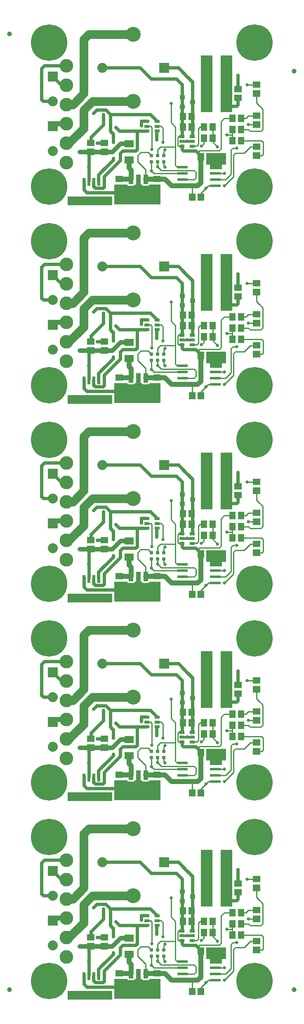
<source format=gbr>
G04 start of page 2 for group 0 idx 0 *
G04 Title: (unknown), top *
G04 Creator: pcb 4.0.2 *
G04 CreationDate: Sun Oct 16 03:19:17 2022 UTC *
G04 For: ndholmes *
G04 Format: Gerber/RS-274X *
G04 PCB-Dimensions (mil): 3000.00 8100.00 *
G04 PCB-Coordinate-Origin: lower left *
%MOIN*%
%FSLAX25Y25*%
%LNTOP*%
%ADD30C,0.0680*%
%ADD29C,0.0480*%
%ADD28C,0.0600*%
%ADD27C,0.1285*%
%ADD26C,0.0390*%
%ADD25C,0.0120*%
%ADD24C,0.0260*%
%ADD23C,0.0310*%
%ADD22C,0.1200*%
%ADD21C,0.0800*%
%ADD20C,0.1100*%
%ADD19C,0.2937*%
%ADD18C,0.0394*%
%ADD17C,0.0200*%
%ADD16C,0.0400*%
%ADD15C,0.0350*%
%ADD14C,0.0700*%
%ADD13C,0.0100*%
%ADD12C,0.0250*%
%ADD11C,0.0001*%
G54D11*G36*
X206500Y521000D02*X197000D01*
Y527000D01*
X206500D01*
Y521000D01*
G37*
G36*
X215000Y567000D02*X205500D01*
Y612500D01*
X215000D01*
Y567000D01*
G37*
G36*
X199000D02*X189500D01*
Y612500D01*
X199000D01*
Y567000D01*
G37*
G36*
X194000Y534000D02*X210000D01*
Y524500D01*
X194000D01*
Y534000D01*
G37*
G36*
X198500Y533000D02*X210000D01*
Y526500D01*
X198500D01*
Y533000D01*
G37*
G36*
X206500Y41000D02*X197000D01*
Y47000D01*
X206500D01*
Y41000D01*
G37*
G36*
X194000Y54000D02*X210000D01*
Y44500D01*
X194000D01*
Y54000D01*
G37*
G36*
X198500Y53000D02*X210000D01*
Y46500D01*
X198500D01*
Y53000D01*
G37*
G36*
X215000Y87000D02*X205500D01*
Y132500D01*
X215000D01*
Y87000D01*
G37*
G36*
X199000D02*X189500D01*
Y132500D01*
X199000D01*
Y87000D01*
G37*
G36*
X206500Y681000D02*X197000D01*
Y687000D01*
X206500D01*
Y681000D01*
G37*
G36*
X194000Y694000D02*X210000D01*
Y684500D01*
X194000D01*
Y694000D01*
G37*
G36*
X198500Y693000D02*X210000D01*
Y686500D01*
X198500D01*
Y693000D01*
G37*
G36*
X215000Y727000D02*X205500D01*
Y772500D01*
X215000D01*
Y727000D01*
G37*
G36*
X199000D02*X189500D01*
Y772500D01*
X199000D01*
Y727000D01*
G37*
G36*
X119500Y668500D02*X130079D01*
X130131Y668374D01*
X130230Y668213D01*
X130353Y668070D01*
X130496Y667947D01*
X130658Y667848D01*
X130832Y667776D01*
X131016Y667732D01*
X131204Y667721D01*
X135172Y667732D01*
X135356Y667776D01*
X135530Y667848D01*
X135692Y667947D01*
X135835Y668070D01*
X135958Y668213D01*
X136057Y668374D01*
X136109Y668500D01*
X141891D01*
X141943Y668374D01*
X142042Y668213D01*
X142165Y668070D01*
X142308Y667947D01*
X142470Y667848D01*
X142644Y667776D01*
X142828Y667732D01*
X143016Y667721D01*
X146984Y667732D01*
X147168Y667776D01*
X147342Y667848D01*
X147504Y667947D01*
X147647Y668070D01*
X147770Y668213D01*
X147869Y668374D01*
X147921Y668500D01*
X157000D01*
Y652500D01*
X119500D01*
Y668500D01*
G37*
G36*
X82000Y659000D02*X118000D01*
Y652000D01*
X82000D01*
Y659000D01*
G37*
G36*
X119500Y508500D02*X130079D01*
X130131Y508374D01*
X130230Y508213D01*
X130353Y508070D01*
X130496Y507947D01*
X130658Y507848D01*
X130832Y507776D01*
X131016Y507732D01*
X131204Y507721D01*
X135172Y507732D01*
X135356Y507776D01*
X135530Y507848D01*
X135692Y507947D01*
X135835Y508070D01*
X135958Y508213D01*
X136057Y508374D01*
X136109Y508500D01*
X141891D01*
X141943Y508374D01*
X142042Y508213D01*
X142165Y508070D01*
X142308Y507947D01*
X142470Y507848D01*
X142644Y507776D01*
X142828Y507732D01*
X143016Y507721D01*
X146984Y507732D01*
X147168Y507776D01*
X147342Y507848D01*
X147504Y507947D01*
X147647Y508070D01*
X147770Y508213D01*
X147869Y508374D01*
X147921Y508500D01*
X157000D01*
Y492500D01*
X119500D01*
Y508500D01*
G37*
G36*
Y348500D02*X130079D01*
X130131Y348374D01*
X130230Y348213D01*
X130353Y348070D01*
X130496Y347947D01*
X130658Y347848D01*
X130832Y347776D01*
X131016Y347732D01*
X131204Y347721D01*
X135172Y347732D01*
X135356Y347776D01*
X135530Y347848D01*
X135692Y347947D01*
X135835Y348070D01*
X135958Y348213D01*
X136057Y348374D01*
X136109Y348500D01*
X141891D01*
X141943Y348374D01*
X142042Y348213D01*
X142165Y348070D01*
X142308Y347947D01*
X142470Y347848D01*
X142644Y347776D01*
X142828Y347732D01*
X143016Y347721D01*
X146984Y347732D01*
X147168Y347776D01*
X147342Y347848D01*
X147504Y347947D01*
X147647Y348070D01*
X147770Y348213D01*
X147869Y348374D01*
X147921Y348500D01*
X157000D01*
Y332500D01*
X119500D01*
Y348500D01*
G37*
G36*
X82000Y499000D02*X118000D01*
Y492000D01*
X82000D01*
Y499000D01*
G37*
G36*
Y339000D02*X118000D01*
Y332000D01*
X82000D01*
Y339000D01*
G37*
G36*
X206500Y361000D02*X197000D01*
Y367000D01*
X206500D01*
Y361000D01*
G37*
G36*
X194000Y374000D02*X210000D01*
Y364500D01*
X194000D01*
Y374000D01*
G37*
G36*
X198500Y373000D02*X210000D01*
Y366500D01*
X198500D01*
Y373000D01*
G37*
G36*
X215000Y407000D02*X205500D01*
Y452500D01*
X215000D01*
Y407000D01*
G37*
G36*
X199000D02*X189500D01*
Y452500D01*
X199000D01*
Y407000D01*
G37*
G36*
X206500Y201000D02*X197000D01*
Y207000D01*
X206500D01*
Y201000D01*
G37*
G36*
X194000Y214000D02*X210000D01*
Y204500D01*
X194000D01*
Y214000D01*
G37*
G36*
X198500Y213000D02*X210000D01*
Y206500D01*
X198500D01*
Y213000D01*
G37*
G36*
X119500Y188500D02*X130079D01*
X130131Y188374D01*
X130230Y188213D01*
X130353Y188070D01*
X130496Y187947D01*
X130658Y187848D01*
X130832Y187776D01*
X131016Y187732D01*
X131204Y187721D01*
X135172Y187732D01*
X135356Y187776D01*
X135530Y187848D01*
X135692Y187947D01*
X135835Y188070D01*
X135958Y188213D01*
X136057Y188374D01*
X136109Y188500D01*
X141891D01*
X141943Y188374D01*
X142042Y188213D01*
X142165Y188070D01*
X142308Y187947D01*
X142470Y187848D01*
X142644Y187776D01*
X142828Y187732D01*
X143016Y187721D01*
X146984Y187732D01*
X147168Y187776D01*
X147342Y187848D01*
X147504Y187947D01*
X147647Y188070D01*
X147770Y188213D01*
X147869Y188374D01*
X147921Y188500D01*
X157000D01*
Y172500D01*
X119500D01*
Y188500D01*
G37*
G36*
X82000Y179000D02*X118000D01*
Y172000D01*
X82000D01*
Y179000D01*
G37*
G36*
X215000Y247000D02*X205500D01*
Y292500D01*
X215000D01*
Y247000D01*
G37*
G36*
X199000D02*X189500D01*
Y292500D01*
X199000D01*
Y247000D01*
G37*
G36*
X119500Y28500D02*X130079D01*
X130131Y28374D01*
X130230Y28213D01*
X130353Y28070D01*
X130496Y27947D01*
X130658Y27848D01*
X130832Y27776D01*
X131016Y27732D01*
X131204Y27721D01*
X135172Y27732D01*
X135356Y27776D01*
X135530Y27848D01*
X135692Y27947D01*
X135835Y28070D01*
X135958Y28213D01*
X136057Y28374D01*
X136109Y28500D01*
X141891D01*
X141943Y28374D01*
X142042Y28213D01*
X142165Y28070D01*
X142308Y27947D01*
X142470Y27848D01*
X142644Y27776D01*
X142828Y27732D01*
X143016Y27721D01*
X146984Y27732D01*
X147168Y27776D01*
X147342Y27848D01*
X147504Y27947D01*
X147647Y28070D01*
X147770Y28213D01*
X147869Y28374D01*
X147921Y28500D01*
X157000D01*
Y12500D01*
X119500D01*
Y28500D01*
G37*
G36*
X82000Y19000D02*X118000D01*
Y12000D01*
X82000D01*
Y19000D01*
G37*
G54D12*X154000Y384500D02*Y391500D01*
G54D13*X172000Y387500D02*X171000Y386500D01*
Y380000D02*X171500Y379500D01*
G54D12*X148700Y405000D02*X154200Y399500D01*
X144000Y405000D02*X148700D01*
G54D13*X148900Y395600D02*X150000Y394500D01*
X146000Y395600D02*X148900D01*
X169000Y395000D02*X165500Y398500D01*
Y414000D01*
G54D12*X140500Y442500D02*X149500Y433500D01*
X170000D01*
X160000Y442500D02*X171500D01*
X146000Y391700D02*X138400D01*
G54D14*X102000Y415500D02*X135000D01*
G54D12*X146000Y399500D02*X141500D01*
Y396000D02*Y399500D01*
X127000Y405000D02*X145000D01*
X111000Y396500D02*Y405000D01*
X110000Y442500D02*X140500D01*
X101000Y382043D02*Y386500D01*
X111000Y396500D01*
G54D14*X94750Y408250D02*Y393750D01*
X88000Y387000D01*
X81000Y381900D02*X82900D01*
X90500Y389500D01*
G54D12*X106000Y382000D02*X111457D01*
X111500Y382043D01*
G54D15*X118000Y375000D02*X94000D01*
G54D12*X99031Y374969D02*X99000Y375000D01*
G54D15*X95000D02*X91500D01*
G54D12*X118800Y389200D02*X116500Y391500D01*
Y405000D02*Y391500D01*
X118000Y390000D01*
X138200Y376700D02*X137000Y375500D01*
X138200Y391700D02*Y376700D01*
G54D15*X131500Y381500D02*X124500D01*
X118000Y375000D01*
G54D12*X137000Y375500D02*X126500D01*
X124500Y373500D01*
X125250Y374250D01*
X138400Y391700D02*X138200Y391500D01*
X141500Y391700D02*X126300D01*
X128500D02*X123800D01*
X121000Y394500D01*
X118800Y382500D02*Y389200D01*
G54D13*X159000Y394000D02*Y382500D01*
X159500Y363500D02*X160500Y362500D01*
X159500Y367000D02*Y363500D01*
Y375500D02*X160500Y376500D01*
X159500Y372000D02*Y375500D01*
X157400Y395600D02*X159000Y394000D01*
X157000Y379000D02*X165500D01*
X164500D02*X169000D01*
Y364000D02*Y395000D01*
X154200Y395600D02*X157400D01*
X154500Y367000D02*Y363000D01*
X174750Y362500D02*X170500D01*
X169000Y364000D01*
X154500Y376500D02*X157000Y379000D01*
X154500Y372000D02*Y376500D01*
X150000Y384000D02*Y377000D01*
Y394500D02*Y382500D01*
X171500Y379500D02*X174500D01*
X184000Y360000D02*X177500D01*
X185500Y358500D02*X184000Y360000D01*
X185500Y354000D02*Y358500D01*
G54D16*X189500Y350000D02*Y371500D01*
G54D13*X184000Y352500D02*X185500Y354000D01*
X180000Y352500D02*X184000D01*
G54D16*X187000Y347500D02*X189500Y350000D01*
G54D13*X182457Y347457D02*X182500Y347500D01*
G54D16*X174000D02*X187000D01*
G54D13*X201250D02*X195500D01*
X194250Y346250D01*
X189543Y338500D02*Y341543D01*
X193500Y345500D01*
X182457Y338500D02*Y347457D01*
X194750Y346750D02*X192000Y344000D01*
X161500Y357500D02*X174750D01*
X151500D02*X162000D01*
X149500Y359500D02*X151500Y357500D01*
X149500Y361000D02*Y359500D01*
X180500Y360000D02*X172000D01*
X157500D02*X154500Y363000D01*
X175500Y360000D02*X157500D01*
X149500Y367000D02*Y360000D01*
X174750Y352500D02*X180500D01*
G54D16*X166000Y347500D02*X160500Y353000D01*
X174750Y347500D02*X166000D01*
X153188Y353000D02*X153094Y352906D01*
X160500Y353000D02*X153188D01*
X153863Y352906D02*X154000Y353043D01*
X144906Y352906D02*X153863D01*
X123500Y353043D02*X133051D01*
X133094Y353000D01*
G54D13*X138500Y367000D02*X141750Y363750D01*
X144906Y360594D02*X141500Y364000D01*
X144906Y352858D02*Y360594D01*
G54D16*X133094Y352858D02*Y360406D01*
X131500Y362000D01*
Y368500D01*
G54D13*X138500Y372000D02*Y367000D01*
X141000Y374500D02*X138500Y372000D01*
X147000Y374500D02*X141000D01*
X149500Y372000D02*X147000Y374500D01*
G54D12*X179500Y434500D02*X182000Y432000D01*
X182700Y431300D02*X179500Y434500D01*
X182700Y387500D02*Y431300D01*
X174500Y387500D02*Y429000D01*
X170000Y433500D02*X174500Y429000D01*
X171500Y442500D02*X180000Y434000D01*
G54D13*X187500Y381000D02*Y392500D01*
X186200Y379700D02*X187500Y381000D01*
G54D12*X185500Y375500D02*X189500Y371500D01*
G54D13*X186000Y379500D02*X187250Y380750D01*
X186750Y374250D02*X188500Y376000D01*
G54D12*X175500Y375500D02*X185500D01*
X174500Y376500D02*X175500Y375500D01*
X174500Y379500D02*Y376500D01*
G54D13*X182500Y379500D02*X186000D01*
X174500Y387500D02*X172000D01*
X171000Y386500D02*Y380000D01*
G54D17*X183000Y383400D02*X174800D01*
G54D13*X191957Y395000D02*X189000D01*
X199043D02*Y382957D01*
X203000Y379000D01*
X188500Y376000D02*X204500D01*
X191957Y386000D02*Y381457D01*
X190000Y379500D01*
X189000Y395000D02*X187500Y393500D01*
Y389500D01*
X234500Y414457D02*X236978Y411978D01*
X234500Y421957D02*Y414457D01*
G54D12*X218500Y411500D02*X211500D01*
G54D13*X227000Y429000D02*X234457D01*
X234500Y429043D01*
X214000Y357000D02*X212500Y355500D01*
X214000Y360957D02*Y357000D01*
Y358500D02*Y376500D01*
X209500Y352500D02*X213500Y356500D01*
X201250Y352500D02*X209500D01*
X201250Y357500D02*X208500D01*
Y347500D02*X216000Y355000D01*
Y372500D01*
X217500Y374000D01*
X234543Y372000D02*X234500Y371957D01*
X239000Y372000D02*X234543D01*
X240000Y373000D02*X239000Y372000D01*
X240000Y382500D02*Y373000D01*
X238500Y384000D02*X240000Y382500D01*
X234457Y379000D02*X234500Y379043D01*
X229500Y391500D02*X238000D01*
X239500Y393000D01*
X222043Y384000D02*X238500D01*
X217500Y374000D02*X224500D01*
X229500Y379000D01*
X234457D01*
X204500Y376000D02*X206000Y377500D01*
Y399500D01*
X208500Y402000D01*
X214914D01*
X214957Y393000D02*Y384000D01*
X210500Y388500D02*X214914D01*
X214957Y388457D01*
X214000Y376500D02*X215500Y378000D01*
X218500D01*
X239000Y383500D02*X240000Y382500D01*
X239500Y393000D02*Y409457D01*
X228000Y397000D02*X233957D01*
X234000Y396957D01*
X222000Y402000D02*X226000D01*
X228000Y404000D01*
X233957D01*
X234000Y404043D01*
X222043Y393000D02*X228000D01*
X229500Y391500D01*
G54D12*X99031Y351500D02*Y362469D01*
X99000Y362500D01*
X99031Y362000D02*Y374969D01*
X95094Y351500D02*Y344406D01*
G54D14*X95000Y305500D02*X99000Y309500D01*
X95000Y305500D02*Y262000D01*
G54D12*X95094Y344406D02*X97500Y342000D01*
X122000D01*
G54D14*X99000Y309500D02*X135000D01*
G54D12*X110000Y282500D02*X140500D01*
X102992Y350756D02*Y347008D01*
X104500Y345500D01*
X110500D01*
X111500Y346500D01*
Y351000D01*
X106929Y350756D02*Y356429D01*
X111500Y350000D02*Y355000D01*
X106929Y356429D02*X112000Y361500D01*
X118800Y369700D02*Y368300D01*
X110250Y359750D01*
X111500Y355000D02*X124500Y368000D01*
Y373500D01*
G54D14*X95000Y248500D02*X102000Y255500D01*
G54D12*X101000Y222043D02*Y226500D01*
X111000Y236500D01*
Y245000D01*
X106000Y222000D02*X111457D01*
X105500Y248500D02*X103000Y246000D01*
X111457Y222000D02*X111500Y222043D01*
X118800Y222500D02*Y229200D01*
X116500Y231500D01*
X118000Y230000D01*
G54D15*Y215000D02*X94000D01*
G54D12*X99031Y214969D02*X99000Y215000D01*
G54D15*X95000D02*X91500D01*
G54D12*X138200Y216700D02*X137000Y215500D01*
X138200Y231700D02*Y216700D01*
X137000Y215500D02*X126500D01*
G54D15*X131500Y221500D02*X124500D01*
X118000Y215000D01*
G54D12*X126500Y215500D02*X124500Y213500D01*
X125250Y214250D01*
X138400Y231700D02*X138200Y231500D01*
X128500Y231700D02*X123800D01*
X121000Y234500D01*
X133500Y245000D02*X116500D01*
Y231500D01*
Y245000D02*X113000Y248500D01*
X105500D01*
G54D14*X102000Y255500D02*X135000D01*
G54D12*X154000Y224500D02*Y231500D01*
G54D13*X172000Y227500D02*X171000Y226500D01*
G54D12*X148700Y245000D02*X154200Y239500D01*
X144000Y245000D02*X148700D01*
G54D13*X148900Y235600D02*X150000Y234500D01*
X146000Y235600D02*X148900D01*
X169000Y235000D02*X165500Y238500D01*
Y254000D01*
G54D12*X146000Y239500D02*X141500D01*
Y236000D02*Y239500D01*
X127000Y245000D02*X145000D01*
X146000Y231700D02*X138400D01*
X141500D02*X126300D01*
X140500Y282500D02*X149500Y273500D01*
X170000D01*
X160000Y282500D02*X171500D01*
X179500Y274500D02*X182000Y272000D01*
X182700Y271300D02*X179500Y274500D01*
X182700Y227500D02*Y271300D01*
X174500Y227500D02*Y269000D01*
X170000Y273500D02*X174500Y269000D01*
X171500Y282500D02*X180000Y274000D01*
G54D16*X81000Y237500D02*X72000D01*
X70000Y235500D01*
G54D14*X94750Y248250D02*Y233750D01*
X88000Y227000D01*
X81000Y221900D02*X82900D01*
X90500Y229500D01*
X95000Y262000D02*X89500Y256500D01*
X81000Y253100D02*X86100D01*
G54D12*X61000Y257000D02*X62500Y255500D01*
X70000D01*
G54D14*X86100Y253100D02*X91750Y258750D01*
G54D12*X81000Y284300D02*X63300D01*
X61000Y282000D01*
Y257000D01*
X81000Y268700D02*X76800D01*
X70000Y275500D01*
G54D13*X159000Y234000D02*Y222500D01*
X159500Y203500D02*X160500Y202500D01*
X159500Y207000D02*Y203500D01*
Y215500D02*X160500Y216500D01*
X159500Y212000D02*Y215500D01*
X157400Y235600D02*X159000Y234000D01*
X157000Y219000D02*X165500D01*
X164500D02*X169000D01*
Y204000D02*Y235000D01*
X154200Y235600D02*X157400D01*
X154500Y207000D02*Y203000D01*
X174750Y202500D02*X170500D01*
X169000Y204000D01*
X154500Y216500D02*X157000Y219000D01*
X154500Y212000D02*Y216500D01*
X150000Y224000D02*Y217000D01*
Y234500D02*Y222500D01*
X171000Y220000D02*X171500Y219500D01*
X174500D01*
X184000Y200000D02*X177500D01*
X185500Y198500D02*X184000Y200000D01*
X185500Y194000D02*Y198500D01*
G54D16*X189500Y190000D02*Y211500D01*
G54D13*X184000Y192500D02*X185500Y194000D01*
X180000Y192500D02*X184000D01*
G54D16*X187000Y187500D02*X189500Y190000D01*
G54D13*X182457Y187457D02*X182500Y187500D01*
G54D16*X174000D02*X187000D01*
G54D13*X201250D02*X195500D01*
X194250Y186250D01*
X189543Y178500D02*Y181543D01*
X193500Y185500D01*
X182457Y178500D02*Y187457D01*
X194750Y186750D02*X192000Y184000D01*
X161500Y197500D02*X174750D01*
X151500D02*X162000D01*
X149500Y199500D02*X151500Y197500D01*
X149500Y201000D02*Y199500D01*
X180500Y200000D02*X172000D01*
X157500D02*X154500Y203000D01*
X175500Y200000D02*X157500D01*
X149500Y207000D02*Y200000D01*
X174750Y192500D02*X180500D01*
G54D16*X166000Y187500D02*X160500Y193000D01*
X174750Y187500D02*X166000D01*
X153188Y193000D02*X153094Y192906D01*
X160500Y193000D02*X153188D01*
X153863Y192906D02*X154000Y193043D01*
X144906Y192906D02*X153863D01*
X123500Y193043D02*X133051D01*
X133094Y193000D01*
G54D13*X138500Y207000D02*X141750Y203750D01*
X144906Y200594D02*X141500Y204000D01*
X144906Y192858D02*Y200594D01*
G54D16*X133094Y192858D02*Y200406D01*
X131500Y202000D01*
Y208500D01*
G54D13*X138500Y212000D02*Y207000D01*
X141000Y214500D02*X138500Y212000D01*
X147000Y214500D02*X141000D01*
X149500Y212000D02*X147000Y214500D01*
X187500Y221000D02*Y232500D01*
X186200Y219700D02*X187500Y221000D01*
G54D12*X185500Y215500D02*X189500Y211500D01*
G54D13*X186000Y219500D02*X187250Y220750D01*
X186750Y214250D02*X188500Y216000D01*
G54D12*X175500Y215500D02*X185500D01*
X174500Y216500D02*X175500Y215500D01*
X174500Y219500D02*Y216500D01*
G54D13*X182500Y219500D02*X186000D01*
X174500Y227500D02*X172000D01*
X171000Y226500D02*Y220000D01*
G54D17*X183000Y223400D02*X174800D01*
G54D13*X191957Y235000D02*X189000D01*
X199043D02*Y222957D01*
X203000Y219000D01*
X188500Y216000D02*X204500D01*
X191957Y226000D02*Y221457D01*
X190000Y219500D01*
X189000Y235000D02*X187500Y233500D01*
Y229500D01*
X234500Y254457D02*X236978Y251978D01*
X227000Y269000D02*X234457D01*
X234500Y269043D01*
G54D12*X218500Y251500D02*X211500D01*
G54D13*X222000Y242000D02*X226000D01*
X228000Y244000D01*
X233957D01*
X234000Y244043D01*
G54D12*X219500Y258457D02*Y252500D01*
X218500Y251500D01*
X219500Y276500D02*Y265543D01*
G54D13*X234500Y261957D02*Y254457D01*
X222043Y233000D02*X228000D01*
X239500D02*Y249457D01*
X234478Y254478D01*
X234543Y212000D02*X234500Y211957D01*
X239000Y212000D02*X234543D01*
X240000Y213000D02*X239000Y212000D01*
X240000Y222500D02*Y213000D01*
X239000Y223500D02*X240000Y222500D01*
X238500Y224000D02*X240000Y222500D01*
X228000Y237000D02*X233957D01*
X234000Y236957D01*
X228000Y233000D02*X229500Y231500D01*
X238000D01*
X239500Y233000D01*
X222043Y224000D02*X238500D01*
X204500Y216000D02*X206000Y217500D01*
Y239500D01*
X208500Y242000D01*
X214914D01*
X214957Y233000D02*Y224000D01*
X210500Y228500D02*X214914D01*
X214957Y228457D01*
X234457Y219000D02*X234500Y219043D01*
X229500Y219000D02*X234457D01*
X214000Y216500D02*X215500Y218000D01*
X218500D01*
X217500Y214000D02*X224500D01*
X229500Y219000D01*
X209500Y192500D02*X213500Y196500D01*
X201250Y192500D02*X209500D01*
X201250Y197500D02*X208500D01*
X214000Y198500D02*Y216500D01*
X208500Y187500D02*X216000Y195000D01*
X214000Y197000D02*X212500Y195500D01*
X214000Y200957D02*Y197000D01*
X216000Y195000D02*Y212500D01*
X217500Y214000D01*
G54D12*X99031Y191500D02*Y202469D01*
X95094Y191500D02*Y184406D01*
G54D14*X95000Y145500D02*X99000Y149500D01*
X135000D01*
X95000Y145500D02*Y102000D01*
G54D12*X99031Y202469D02*X99000Y202500D01*
X99031Y202000D02*Y214969D01*
X95094Y184406D02*X97500Y182000D01*
X122000D01*
X102992Y190756D02*Y187008D01*
X104500Y185500D01*
X110500D01*
X111500Y186500D01*
Y191000D01*
Y190000D02*Y195000D01*
X106929Y190756D02*Y196429D01*
X112000Y201500D01*
X118800Y209700D02*Y208300D01*
X110250Y199750D01*
X111500Y195000D02*X124500Y208000D01*
Y213500D01*
G54D14*X102000Y95500D02*X135000D01*
G54D12*X127000Y85000D02*X145000D01*
X140500Y122500D02*X149500Y113500D01*
X133500Y85000D02*X116500D01*
X113000Y88500D01*
X105500D01*
X103000Y86000D01*
G54D14*X95000Y88500D02*X102000Y95500D01*
X95000Y102000D02*X89500Y96500D01*
X81000Y93100D02*X86100D01*
X91750Y98750D01*
G54D12*X110000Y122500D02*X140500D01*
X81000Y124300D02*X63300D01*
X61000Y122000D01*
G54D16*X81000Y77500D02*X72000D01*
X70000Y75500D01*
G54D12*X61000Y122000D02*Y97000D01*
X62500Y95500D01*
X70000D01*
X81000Y108700D02*X76800D01*
X70000Y115500D01*
X154000Y64500D02*Y71500D01*
G54D13*X159000Y74000D02*Y62500D01*
X157400Y75600D02*X159000Y74000D01*
X154200Y75600D02*X157400D01*
X157000Y59000D02*X165500D01*
X164500D02*X169000D01*
G54D12*X148700Y85000D02*X154200Y79500D01*
X144000Y85000D02*X148700D01*
X146000Y79500D02*X141500D01*
Y76000D02*Y79500D01*
G54D13*X146000Y75600D02*X148900D01*
G54D12*X146000Y71700D02*X138400D01*
G54D13*X150000Y64000D02*Y57000D01*
Y74500D02*Y62500D01*
X148900Y75600D02*X150000Y74500D01*
X169000Y75000D02*X165500Y78500D01*
Y94000D01*
G54D12*X138200Y71700D02*Y56700D01*
X138400Y71700D02*X138200Y71500D01*
X179500Y114500D02*X182000Y112000D01*
X182700Y111300D02*X179500Y114500D01*
X149500Y113500D02*X170000D01*
X174500Y109000D01*
X160000Y122500D02*X171500D01*
X180000Y114000D01*
X182700Y67500D02*Y111300D01*
G54D13*X187500Y61000D02*Y72500D01*
G54D12*X174500Y67500D02*Y109000D01*
G54D17*X183000Y63400D02*X174800D01*
G54D13*X187500Y73500D02*Y69500D01*
X161500Y37500D02*X174750D01*
X184000Y40000D02*X177500D01*
X185500Y38500D02*X184000Y40000D01*
X180500D02*X172000D01*
X175500D02*X157500D01*
X174750Y42500D02*X170500D01*
X169000Y44000D01*
X186200Y59700D02*X187500Y61000D01*
G54D12*X185500Y55500D02*X189500Y51500D01*
X175500Y55500D02*X185500D01*
G54D13*X182500Y59500D02*X186000D01*
X187250Y60750D01*
X186750Y54250D02*X188500Y56000D01*
X159500Y55500D02*X160500Y56500D01*
X159500Y52000D02*Y55500D01*
X154500Y56500D02*X157000Y59000D01*
X154500Y52000D02*Y56500D01*
X169000Y44000D02*Y75000D01*
G54D12*X174500Y56500D02*X175500Y55500D01*
G54D13*X171000Y60000D02*X171500Y59500D01*
X174500D01*
G54D12*Y56500D01*
G54D13*Y67500D02*X172000D01*
X171000Y66500D01*
Y60000D01*
X191957Y75000D02*X189000D01*
X199043D02*Y62957D01*
X203000Y59000D01*
X188500Y56000D02*X204500D01*
X191957Y66000D02*Y61457D01*
X190000Y59500D01*
X189000Y75000D02*X187500Y73500D01*
X185500Y34000D02*Y38500D01*
G54D16*X189500Y30000D02*Y51500D01*
G54D13*X189543Y18500D02*Y21543D01*
X184000Y32500D02*X185500Y34000D01*
X180000Y32500D02*X184000D01*
G54D16*X187000Y27500D02*X189500Y30000D01*
G54D13*X182457Y27457D02*X182500Y27500D01*
X201250D02*X195500D01*
X194250Y26250D01*
X189543Y21543D02*X193500Y25500D01*
X182457Y18500D02*Y27457D01*
X194750Y26750D02*X192000Y24000D01*
G54D16*X174000Y27500D02*X187000D01*
G54D13*X174750Y32500D02*X180500D01*
G54D16*X174750Y27500D02*X166000D01*
G54D13*X214000Y37000D02*X212500Y35500D01*
X214000Y40957D02*Y37000D01*
X209500Y32500D02*X213500Y36500D01*
X201250Y32500D02*X209500D01*
X201250Y37500D02*X208500D01*
X204500Y56000D02*X206000Y57500D01*
X214000Y38500D02*Y56500D01*
X215500Y58000D01*
X208500Y27500D02*X216000Y35000D01*
Y52500D01*
X217500Y54000D01*
X234500Y94457D02*X236978Y91978D01*
X234500Y101957D02*Y94457D01*
X227000Y109000D02*X234457D01*
X234500Y109043D01*
G54D12*X219500Y98457D02*Y92500D01*
Y116500D02*Y105543D01*
G54D13*X234543Y52000D02*X234500Y51957D01*
X234457Y59000D02*X234500Y59043D01*
X224500Y54000D02*X229500Y59000D01*
X234457D01*
X239000Y52000D02*X234543D01*
X240000Y53000D02*X239000Y52000D01*
X240000Y62500D02*Y53000D01*
X239000Y63500D02*X240000Y62500D01*
X238500Y64000D02*X240000Y62500D01*
X228000Y77000D02*X233957D01*
X234000Y76957D01*
X228000Y84000D02*X233957D01*
X234000Y84043D01*
X228000Y73000D02*X229500Y71500D01*
X238000D01*
X239500Y73000D01*
X222043Y64000D02*X238500D01*
X239500Y73000D02*Y89457D01*
X234478Y94478D01*
X222000Y82000D02*X226000D01*
X228000Y84000D01*
X222043Y73000D02*X228000D01*
G54D12*X218500Y91500D02*X211500D01*
G54D13*X206000Y79500D02*X208500Y82000D01*
X214914D01*
G54D12*X219500Y92500D02*X218500Y91500D01*
G54D13*X206000Y57500D02*Y79500D01*
X214957Y73000D02*Y64000D01*
X210500Y68500D02*X214914D01*
X214957Y68457D01*
X215500Y58000D02*X218500D01*
X217500Y54000D02*X224500D01*
G54D16*X153188Y33000D02*X153094Y32906D01*
X144906D02*X153863D01*
X160500Y33000D02*X153188D01*
X166000Y27500D02*X160500Y33000D01*
X153863Y32906D02*X154000Y33043D01*
G54D13*X151500Y37500D02*X162000D01*
X144906Y32858D02*Y40594D01*
G54D16*X133094Y32858D02*Y40406D01*
X131500Y42000D01*
X123500Y33043D02*X133051D01*
X133094Y33000D01*
G54D13*X159500Y43500D02*X160500Y42500D01*
X159500Y47000D02*Y43500D01*
X157500Y40000D02*X154500Y43000D01*
Y47000D02*Y43000D01*
X149500Y39500D02*X151500Y37500D01*
X149500Y41000D02*Y39500D01*
Y47000D02*Y40000D01*
X144906Y40594D02*X141500Y44000D01*
G54D12*X99031Y31500D02*Y42469D01*
X95094Y31500D02*Y24406D01*
X99031Y42469D02*X99000Y42500D01*
G54D15*X118000Y55000D02*X94000D01*
G54D12*X99031Y42000D02*Y54969D01*
X99000Y55000D01*
G54D15*X95000D02*X91500D01*
G54D12*X95094Y24406D02*X97500Y22000D01*
X122000D01*
X102992Y30756D02*Y27008D01*
X104500Y25500D01*
X110500D01*
X111500Y26500D01*
Y31000D01*
X106929Y30756D02*Y36429D01*
X112000Y41500D01*
X111500Y30000D02*Y35000D01*
X118800Y48300D02*X110250Y39750D01*
X111500Y35000D02*X124500Y48000D01*
X101000Y62043D02*Y66500D01*
G54D14*X81000Y61900D02*X82900D01*
X90500Y69500D01*
G54D12*X101000Y66500D02*X111000Y76500D01*
Y85000D01*
X106000Y62000D02*X111457D01*
X111500Y62043D01*
G54D14*X94750Y88250D02*Y73750D01*
X88000Y67000D01*
G54D12*X116500Y85000D02*Y71500D01*
G54D13*X138500Y47000D02*X141750Y43750D01*
X138500Y52000D02*Y47000D01*
X141000Y54500D02*X138500Y52000D01*
X147000Y54500D02*X141000D01*
X149500Y52000D02*X147000Y54500D01*
G54D12*X138200Y56700D02*X137000Y55500D01*
G54D16*X131500Y42000D02*Y48500D01*
G54D15*Y61500D02*X124500D01*
G54D12*X137000Y55500D02*X126500D01*
G54D15*X124500Y61500D02*X118000Y55000D01*
G54D12*X126500Y55500D02*X124500Y53500D01*
X118800Y49700D02*Y48300D01*
X124500Y48000D02*Y53500D01*
X125250Y54250D01*
X141500Y71700D02*X126300D01*
X128500D02*X123800D01*
X121000Y74500D01*
X118800Y62500D02*Y69200D01*
X116500Y71500D01*
X118000Y70000D01*
G54D13*X234543Y692000D02*X234500Y691957D01*
X239000Y692000D02*X234543D01*
X240000Y693000D02*X239000Y692000D01*
X214000Y680957D02*Y677000D01*
X227000Y749000D02*X234457D01*
X234500Y749043D01*
X228000Y717000D02*X233957D01*
X222043Y713000D02*X228000D01*
X229500Y711500D01*
X238000D01*
X239500Y713000D01*
X233957Y717000D02*X234000Y716957D01*
X239500Y713000D02*Y729457D01*
X234478Y734478D01*
X222000Y722000D02*X226000D01*
G54D12*X219500Y738457D02*Y732500D01*
X218500Y731500D01*
G54D13*X226000Y722000D02*X228000Y724000D01*
X233957D01*
X234000Y724043D01*
X240000Y702500D02*Y693000D01*
X239000Y703500D02*X240000Y702500D01*
X238500Y704000D02*X240000Y702500D01*
X222043Y704000D02*X238500D01*
X234457Y699000D02*X234500Y699043D01*
X224500Y694000D02*X229500Y699000D01*
X234457D01*
X214000Y677000D02*X212500Y675500D01*
X209500Y672500D02*X213500Y676500D01*
X201250Y672500D02*X209500D01*
X201250Y677500D02*X208500D01*
Y667500D02*X216000Y675000D01*
X206000Y697500D02*Y719500D01*
X208500Y722000D01*
X214914D01*
X214957Y713000D02*Y704000D01*
X210500Y708500D02*X214914D01*
X214957Y708457D01*
X214000Y678500D02*Y696500D01*
X216000Y675000D02*Y692500D01*
X204500Y696000D02*X206000Y697500D01*
X214000Y696500D02*X215500Y698000D01*
X218500D01*
X216000Y692500D02*X217500Y694000D01*
X224500D01*
G54D12*X99031Y671500D02*Y682469D01*
X99000Y682500D01*
G54D16*X133094Y672858D02*Y680406D01*
X123500Y673043D02*X133051D01*
X133094Y673000D01*
G54D12*X106929Y676429D02*X112000Y681500D01*
X95094Y671500D02*Y664406D01*
X102992Y670756D02*Y667008D01*
X104500Y665500D01*
X110500D01*
X111500Y666500D01*
Y671000D01*
X95094Y664406D02*X97500Y662000D01*
X99031Y682000D02*Y694969D01*
X99000Y695000D01*
G54D14*X95000Y625500D02*X99000Y629500D01*
G54D12*X106929Y670756D02*Y676429D01*
X111500Y670000D02*Y675000D01*
X118800Y689700D02*Y688300D01*
X110250Y679750D01*
X111500Y675000D02*X124500Y688000D01*
Y693500D01*
X125250Y694250D01*
X97500Y662000D02*X122000D01*
G54D14*X99000Y629500D02*X135000D01*
G54D12*X110000Y602500D02*X140500D01*
G54D14*X95000Y568500D02*X102000Y575500D01*
X95000Y625500D02*Y582000D01*
G54D12*X113000Y568500D02*X105500D01*
G54D14*X95000Y785500D02*X99000Y789500D01*
X135000D01*
G54D12*X110000Y762500D02*X140500D01*
G54D14*X95000Y785500D02*Y742000D01*
G54D12*X101000Y702043D02*Y706500D01*
X111000Y716500D01*
X106000Y702000D02*X111457D01*
X111500Y702043D01*
G54D15*X118000Y695000D02*X94000D01*
G54D12*X116500Y711500D02*X118000Y710000D01*
G54D15*X95000Y695000D02*X91500D01*
G54D12*X118800Y709200D02*X116500Y711500D01*
X111000Y716500D02*Y725000D01*
X116500D02*Y711500D01*
Y725000D02*X113000Y728500D01*
X105500D01*
X103000Y726000D01*
G54D16*X133094Y680406D02*X131500Y682000D01*
Y688500D01*
G54D12*X138200Y696700D02*X137000Y695500D01*
G54D15*X131500Y701500D02*X124500D01*
G54D12*X138200Y711700D02*Y696700D01*
X137000Y695500D02*X126500D01*
X138400Y711700D02*X138200Y711500D01*
X123800Y711700D02*X121000Y714500D01*
X133500Y725000D02*X116500D01*
G54D15*X124500Y701500D02*X118000Y695000D01*
G54D12*X126500Y695500D02*X124500Y693500D01*
X128500Y711700D02*X123800D01*
X118800Y702500D02*Y709200D01*
G54D13*X159000Y714000D02*Y702500D01*
X157000Y699000D02*X165500D01*
X154500Y696500D02*X157000Y699000D01*
X150000Y704000D02*Y697000D01*
Y714500D02*Y702500D01*
X154500Y692000D02*Y696500D01*
G54D12*X185500Y695500D02*X189500Y691500D01*
G54D16*Y670000D02*Y691500D01*
X187000Y667500D02*X189500Y670000D01*
G54D13*X186750Y694250D02*X188500Y696000D01*
X184000Y680000D02*X177500D01*
X185500Y678500D02*X184000Y680000D01*
X185500Y674000D02*Y678500D01*
X180500Y680000D02*X172000D01*
X175500D02*X157500D01*
X184000Y672500D02*X185500Y674000D01*
X180000Y672500D02*X184000D01*
G54D16*X174000Y667500D02*X187000D01*
G54D13*X174750Y672500D02*X180500D01*
G54D16*X174750Y667500D02*X166000D01*
G54D13*X182457Y667457D02*X182500Y667500D01*
X201250D02*X195500D01*
X194250Y666250D01*
X189543Y661543D02*X193500Y665500D01*
X182457Y658500D02*Y667457D01*
X194750Y666750D02*X192000Y664000D01*
X161500Y677500D02*X174750D01*
X151500D02*X162000D01*
X149500Y679500D02*X151500Y677500D01*
X149500Y681000D02*Y679500D01*
G54D16*X153188Y673000D02*X153094Y672906D01*
X160500Y673000D02*X153188D01*
X166000Y667500D02*X160500Y673000D01*
X153863Y672906D02*X154000Y673043D01*
X144906Y672906D02*X153863D01*
G54D13*X157500Y680000D02*X154500Y683000D01*
Y687000D02*Y683000D01*
X149500Y687000D02*Y680000D01*
X138500Y687000D02*X141750Y683750D01*
X138500Y692000D02*Y687000D01*
X144906Y680594D02*X141500Y684000D01*
X141000Y694500D02*X138500Y692000D01*
X147000Y694500D02*X141000D01*
X149500Y692000D02*X147000Y694500D01*
X144906Y672858D02*Y680594D01*
X187500Y701000D02*Y712500D01*
X186200Y699700D02*X187500Y701000D01*
X186000Y699500D02*X187250Y700750D01*
X189543Y658500D02*Y661543D01*
X187500Y713500D02*Y709500D01*
G54D12*X175500Y695500D02*X185500D01*
G54D13*X174750Y682500D02*X170500D01*
X169000Y684000D01*
X159500Y683500D02*X160500Y682500D01*
X159500Y687000D02*Y683500D01*
Y695500D02*X160500Y696500D01*
X159500Y692000D02*Y695500D01*
X169000Y684000D02*Y715000D01*
X171000Y706500D02*Y700000D01*
X171500Y699500D01*
X174500D01*
G54D12*Y696500D02*X175500Y695500D01*
G54D13*X164500Y699000D02*X169000D01*
G54D12*X174500Y699500D02*Y696500D01*
G54D13*X182500Y699500D02*X186000D01*
G54D17*X183000Y703400D02*X174800D01*
G54D13*X199043Y715000D02*Y702957D01*
X203000Y699000D01*
X188500Y696000D02*X204500D01*
X191957Y706000D02*Y701457D01*
X190000Y699500D01*
G54D14*X95000Y728500D02*X102000Y735500D01*
X135000D01*
G54D13*X234500Y734457D02*X236978Y731978D01*
X234500Y741957D02*Y734457D01*
G54D12*X127000Y725000D02*X145000D01*
X218500Y731500D02*X211500D01*
G54D13*X157400Y715600D02*X159000Y714000D01*
X154200Y715600D02*X157400D01*
X169000Y715000D02*X165500Y718500D01*
Y734000D01*
G54D12*X179500Y754500D02*X182000Y752000D01*
X140500Y762500D02*X149500Y753500D01*
X170000D01*
X174500Y749000D01*
X160000Y762500D02*X171500D01*
X180000Y754000D01*
X219500Y756500D02*Y745543D01*
X182700Y751300D02*X179500Y754500D01*
X182700Y707500D02*Y751300D01*
X174500Y707500D02*Y749000D01*
G54D13*Y707500D02*X172000D01*
X171000Y706500D01*
X191957Y715000D02*X189000D01*
X187500Y713500D01*
G54D16*X81000Y717500D02*X72000D01*
X70000Y715500D01*
G54D12*X81000Y764300D02*X63300D01*
X81000Y748700D02*X76800D01*
X70000Y755500D01*
X63300Y764300D02*X61000Y762000D01*
Y737000D01*
X62500Y735500D01*
X70000D01*
G54D14*X94750Y728250D02*Y713750D01*
X88000Y707000D01*
X81000Y701900D02*X82900D01*
X90500Y709500D01*
X95000Y742000D02*X89500Y736500D01*
X86100Y733100D02*X91750Y738750D01*
X81000Y733100D02*X86100D01*
G54D12*X154000Y704500D02*Y711500D01*
X148700Y725000D02*X154200Y719500D01*
X144000Y725000D02*X148700D01*
X146000Y719500D02*X141500D01*
Y716000D02*Y719500D01*
G54D13*X148900Y715600D02*X150000Y714500D01*
X146000Y715600D02*X148900D01*
G54D12*X146000Y711700D02*X138400D01*
X141500D02*X126300D01*
X154000Y544500D02*Y551500D01*
G54D13*X172000Y547500D02*X171000Y546500D01*
Y540000D02*X171500Y539500D01*
G54D12*X148700Y565000D02*X154200Y559500D01*
X144000Y565000D02*X148700D01*
G54D13*X148900Y555600D02*X150000Y554500D01*
X146000Y555600D02*X148900D01*
X169000Y555000D02*X165500Y558500D01*
Y574000D01*
G54D12*X140500Y602500D02*X149500Y593500D01*
X170000D01*
X160000Y602500D02*X171500D01*
G54D14*X102000Y575500D02*X135000D01*
G54D15*X95000Y535000D02*X91500D01*
G54D12*X128500Y551700D02*X123800D01*
X121000Y554500D01*
X133500Y565000D02*X116500D01*
Y551500D01*
Y565000D02*X113000Y568500D01*
X105500D02*X103000Y566000D01*
X118800Y542500D02*Y549200D01*
X116500Y551500D01*
X118000Y550000D01*
X95094Y504406D02*X97500Y502000D01*
X122000D01*
G54D14*X99000Y469500D02*X135000D01*
G54D12*X102992Y510756D02*Y507008D01*
X104500Y505500D01*
X110500D01*
X111500Y506500D01*
Y511000D01*
X106929Y510756D02*Y516429D01*
X111500Y510000D02*Y515000D01*
X106929Y516429D02*X112000Y521500D01*
X118800Y529700D02*Y528300D01*
X110250Y519750D01*
X111500Y515000D02*X124500Y528000D01*
Y533500D01*
X146000Y559500D02*X141500D01*
Y556000D02*Y559500D01*
X127000Y565000D02*X145000D01*
X111000Y556500D02*Y565000D01*
G54D15*X131500Y541500D02*X124500D01*
G54D12*X138200Y536700D02*X137000Y535500D01*
X126500D01*
G54D15*X124500Y541500D02*X118000Y535000D01*
G54D12*X126500Y535500D02*X124500Y533500D01*
X125250Y534250D01*
G54D15*X118000Y535000D02*X94000D01*
G54D12*X99031Y534969D02*X99000Y535000D01*
X138200Y551700D02*Y536700D01*
X146000Y551700D02*X138400D01*
X138200Y551500D01*
X141500Y551700D02*X126300D01*
G54D13*X159000Y554000D02*Y542500D01*
X159500Y523500D02*X160500Y522500D01*
X159500Y527000D02*Y523500D01*
Y535500D02*X160500Y536500D01*
X159500Y532000D02*Y535500D01*
X157400Y555600D02*X159000Y554000D01*
X157000Y539000D02*X165500D01*
X164500D02*X169000D01*
Y524000D02*Y555000D01*
X154200Y555600D02*X157400D01*
X154500Y527000D02*Y523000D01*
X174750Y522500D02*X170500D01*
X169000Y524000D01*
X154500Y536500D02*X157000Y539000D01*
X154500Y532000D02*Y536500D01*
X150000Y544000D02*Y537000D01*
Y554500D02*Y542500D01*
X171500Y539500D02*X174500D01*
X184000Y520000D02*X177500D01*
X185500Y518500D02*X184000Y520000D01*
X185500Y514000D02*Y518500D01*
G54D16*X189500Y510000D02*Y531500D01*
G54D13*X184000Y512500D02*X185500Y514000D01*
X180000Y512500D02*X184000D01*
G54D16*X187000Y507500D02*X189500Y510000D01*
G54D13*X182457Y507457D02*X182500Y507500D01*
G54D16*X174000D02*X187000D01*
G54D13*X201250D02*X195500D01*
X194250Y506250D01*
X189543Y498500D02*Y501543D01*
X193500Y505500D01*
X182457Y498500D02*Y507457D01*
X194750Y506750D02*X192000Y504000D01*
X161500Y517500D02*X174750D01*
X151500D02*X162000D01*
X149500Y519500D02*X151500Y517500D01*
X149500Y521000D02*Y519500D01*
X180500Y520000D02*X172000D01*
X157500D02*X154500Y523000D01*
X175500Y520000D02*X157500D01*
X149500Y527000D02*Y520000D01*
X174750Y512500D02*X180500D01*
G54D16*X166000Y507500D02*X160500Y513000D01*
X174750Y507500D02*X166000D01*
X153188Y513000D02*X153094Y512906D01*
X160500Y513000D02*X153188D01*
X153863Y512906D02*X154000Y513043D01*
X144906Y512906D02*X153863D01*
X123500Y513043D02*X133051D01*
X133094Y513000D01*
G54D13*X138500Y527000D02*X141750Y523750D01*
X144906Y520594D02*X141500Y524000D01*
X144906Y512858D02*Y520594D01*
G54D16*X133094Y512858D02*Y520406D01*
X131500Y522000D01*
Y528500D01*
G54D13*X138500Y532000D02*Y527000D01*
X141000Y534500D02*X138500Y532000D01*
X147000Y534500D02*X141000D01*
X149500Y532000D02*X147000Y534500D01*
G54D12*X179500Y594500D02*X182000Y592000D01*
X182700Y591300D02*X179500Y594500D01*
X182700Y547500D02*Y591300D01*
X174500Y547500D02*Y589000D01*
X170000Y593500D02*X174500Y589000D01*
X171500Y602500D02*X180000Y594000D01*
G54D13*X187500Y541000D02*Y552500D01*
X186200Y539700D02*X187500Y541000D01*
G54D12*X185500Y535500D02*X189500Y531500D01*
G54D13*X186000Y539500D02*X187250Y540750D01*
X186750Y534250D02*X188500Y536000D01*
G54D12*X175500Y535500D02*X185500D01*
X174500Y536500D02*X175500Y535500D01*
X174500Y539500D02*Y536500D01*
G54D13*X182500Y539500D02*X186000D01*
X174500Y547500D02*X172000D01*
X171000Y546500D02*Y540000D01*
G54D17*X183000Y543400D02*X174800D01*
G54D13*X191957Y555000D02*X189000D01*
X199043D02*Y542957D01*
X203000Y539000D01*
X188500Y536000D02*X204500D01*
X191957Y546000D02*Y541457D01*
X190000Y539500D01*
X189000Y555000D02*X187500Y553500D01*
Y549500D01*
X234500Y574457D02*X236978Y571978D01*
G54D12*X218500Y571500D02*X211500D01*
G54D13*X239500Y569457D02*X234478Y574478D01*
G54D12*X219500Y578457D02*Y572500D01*
X218500Y571500D01*
G54D13*X234500Y581957D02*Y574457D01*
X227000Y589000D02*X234457D01*
X234500Y589043D01*
G54D12*X219500Y596500D02*Y585543D01*
G54D13*X228000Y557000D02*X233957D01*
X234000Y556957D01*
X226000Y562000D02*X228000Y564000D01*
X233957D01*
X234000Y564043D01*
X239500Y553000D02*Y569457D01*
X222000Y562000D02*X226000D01*
X222043Y553000D02*X228000D01*
X229500Y551500D01*
X238000D01*
X239500Y553000D01*
X234543Y532000D02*X234500Y531957D01*
X214000Y517000D02*X212500Y515500D01*
X214000Y520957D02*Y517000D01*
X209500Y512500D02*X213500Y516500D01*
X201250Y512500D02*X209500D01*
X201250Y517500D02*X208500D01*
X239000Y532000D02*X234543D01*
X214000Y518500D02*Y536500D01*
X215500Y538000D02*X218500D01*
X216000Y532500D02*X217500Y534000D01*
X224500D01*
X208500Y507500D02*X216000Y515000D01*
Y532500D01*
X240000Y533000D02*X239000Y532000D01*
X240000Y542500D02*Y533000D01*
X239000Y543500D02*X240000Y542500D01*
X222043Y544000D02*X238500D01*
X240000Y542500D01*
X234457Y539000D02*X234500Y539043D01*
X239500Y409457D02*X234478Y414478D01*
X224500Y534000D02*X229500Y539000D01*
G54D12*X219500Y418457D02*Y412500D01*
X218500Y411500D01*
X219500Y436500D02*Y425543D01*
G54D13*X229500Y539000D02*X234457D01*
X204500Y536000D02*X206000Y537500D01*
Y559500D01*
X208500Y562000D01*
X214914D01*
X214957Y553000D02*Y544000D01*
X210500Y548500D02*X214914D01*
X214957Y548457D01*
X214000Y536500D02*X215500Y538000D01*
G54D12*X99031Y511500D02*Y522469D01*
X99000Y522500D01*
X99031Y522000D02*Y534969D01*
X95094Y511500D02*Y504406D01*
X101000Y542043D02*Y546500D01*
X111000Y556500D01*
X106000Y542000D02*X111457D01*
X111500Y542043D01*
G54D16*X81000Y557500D02*X72000D01*
X70000Y555500D01*
G54D14*X94750Y568250D02*Y553750D01*
X88000Y547000D01*
X81000Y541900D02*X82900D01*
X90500Y549500D01*
X95000Y582000D02*X89500Y576500D01*
X81000Y573100D02*X86100D01*
X91750Y578750D01*
G54D12*X81000Y604300D02*X63300D01*
X61000Y602000D01*
Y577000D01*
X62500Y575500D01*
X70000D01*
X81000Y588700D02*X76800D01*
X70000Y595500D01*
G54D14*X95000Y465500D02*X99000Y469500D01*
X95000Y465500D02*Y422000D01*
Y408500D02*X102000Y415500D01*
X95000Y422000D02*X89500Y416500D01*
X81000Y413100D02*X86100D01*
X91750Y418750D01*
G54D16*X81000Y397500D02*X72000D01*
G54D12*X61000Y417000D02*X62500Y415500D01*
X70000D01*
G54D16*X72000Y397500D02*X70000Y395500D01*
G54D12*X81000Y444300D02*X63300D01*
X61000Y442000D01*
Y417000D01*
X81000Y428700D02*X76800D01*
X70000Y435500D01*
X133500Y405000D02*X116500D01*
X113000Y408500D01*
X105500D01*
X103000Y406000D01*
G54D18*X35000Y20000D03*
X265000D03*
G54D19*X233000Y27000D03*
X67000D03*
G54D20*X81000Y46300D03*
G54D21*X70000Y215500D03*
G54D11*G36*
X66000Y79500D02*Y71500D01*
X74000D01*
Y79500D01*
X66000D01*
G37*
G54D21*X70000Y55500D03*
G54D11*G36*
X66000Y119500D02*Y111500D01*
X74000D01*
Y119500D01*
X66000D01*
G37*
G54D21*X70000Y95500D03*
G54D20*X81000Y284300D03*
Y268700D03*
Y253100D03*
Y237500D03*
Y221900D03*
Y124300D03*
Y108700D03*
Y93100D03*
Y77500D03*
Y61900D03*
G54D11*G36*
X66000Y719500D02*Y711500D01*
X74000D01*
Y719500D01*
X66000D01*
G37*
G54D20*X81000Y733100D03*
Y717500D03*
Y701900D03*
G54D22*X135000Y789500D03*
Y735500D03*
G54D11*G36*
X156000Y606500D02*Y598500D01*
X164000D01*
Y606500D01*
X156000D01*
G37*
G54D22*X135000Y629500D03*
G54D18*X35000Y790000D03*
G54D21*X110000Y762500D03*
G54D19*X67000Y783000D03*
G54D20*X81000Y764300D03*
Y748700D03*
G54D11*G36*
X66000Y759500D02*Y751500D01*
X74000D01*
Y759500D01*
X66000D01*
G37*
G54D21*X70000Y735500D03*
G54D20*X81000Y604300D03*
G54D18*X265000Y760000D03*
G54D11*G36*
X156000Y766500D02*Y758500D01*
X164000D01*
Y766500D01*
X156000D01*
G37*
G54D19*X233000Y783000D03*
Y667000D03*
Y507000D03*
Y463000D03*
Y623000D03*
Y347000D03*
G54D21*X70000Y695500D03*
G54D19*X67000Y667000D03*
G54D20*X81000Y686300D03*
G54D19*X67000Y623000D03*
G54D20*X81000Y588700D03*
G54D11*G36*
X66000Y599500D02*Y591500D01*
X74000D01*
Y599500D01*
X66000D01*
G37*
G54D21*X70000Y575500D03*
G54D11*G36*
X66000Y559500D02*Y551500D01*
X74000D01*
Y559500D01*
X66000D01*
G37*
G54D21*X70000Y535500D03*
G54D11*G36*
X66000Y439500D02*Y431500D01*
X74000D01*
Y439500D01*
X66000D01*
G37*
G54D21*X70000Y415500D03*
G54D19*X67000Y507000D03*
G54D20*X81000Y573100D03*
Y557500D03*
Y541900D03*
Y526300D03*
G54D19*X67000Y463000D03*
G54D20*X81000Y444300D03*
G54D21*X110000Y602500D03*
G54D22*X135000Y575500D03*
G54D11*G36*
X156000Y446500D02*Y438500D01*
X164000D01*
Y446500D01*
X156000D01*
G37*
G54D21*X110000Y442500D03*
G54D22*X135000Y469500D03*
Y415500D03*
G54D20*X81000Y428700D03*
Y413100D03*
Y397500D03*
Y381900D03*
G54D11*G36*
X66000Y399500D02*Y391500D01*
X74000D01*
Y399500D01*
X66000D01*
G37*
G54D21*X70000Y375500D03*
G54D11*G36*
X66000Y239500D02*Y231500D01*
X74000D01*
Y239500D01*
X66000D01*
G37*
G36*
Y279500D02*Y271500D01*
X74000D01*
Y279500D01*
X66000D01*
G37*
G54D21*X70000Y255500D03*
G54D19*X67000Y347000D03*
G54D20*X81000Y366300D03*
G54D19*X67000Y303000D03*
Y187000D03*
G54D20*X81000Y206300D03*
G54D19*X67000Y143000D03*
G54D11*G36*
X156000Y286500D02*Y278500D01*
X164000D01*
Y286500D01*
X156000D01*
G37*
G54D21*X110000Y282500D03*
G54D22*X135000Y255500D03*
Y309500D03*
G54D11*G36*
X156000Y126500D02*Y118500D01*
X164000D01*
Y126500D01*
X156000D01*
G37*
G54D19*X233000Y187000D03*
Y303000D03*
Y143000D03*
G54D21*X110000Y122500D03*
G54D22*X135000Y149500D03*
Y95500D03*
G54D11*G36*
X231548Y399516D02*Y394398D01*
X237452D01*
Y399516D01*
X231548D01*
G37*
G36*
Y406602D02*Y401484D01*
X237452D01*
Y406602D01*
X231548D01*
G37*
G36*
X197000Y348500D02*Y346500D01*
X205500D01*
Y348500D01*
X197000D01*
G37*
G36*
Y353500D02*Y351500D01*
X205500D01*
Y353500D01*
X197000D01*
G37*
G36*
Y358500D02*Y356500D01*
X205500D01*
Y358500D01*
X197000D01*
G37*
G36*
X217516Y395952D02*X212398D01*
Y390048D01*
X217516D01*
Y395952D01*
G37*
G36*
X224602D02*X219484D01*
Y390048D01*
X224602D01*
Y395952D01*
G37*
G36*
X217516Y386952D02*X212398D01*
Y381048D01*
X217516D01*
Y386952D01*
G37*
G36*
X224602D02*X219484D01*
Y381048D01*
X224602D01*
Y386952D01*
G37*
G36*
X217473Y404952D02*X212355D01*
Y399048D01*
X217473D01*
Y404952D01*
G37*
G36*
X224559D02*X219441D01*
Y399048D01*
X224559D01*
Y404952D01*
G37*
G36*
X170500Y363500D02*Y361500D01*
X179000D01*
Y363500D01*
X170500D01*
G37*
G36*
Y358500D02*Y356500D01*
X179000D01*
Y358500D01*
X170500D01*
G37*
G36*
Y353500D02*Y351500D01*
X179000D01*
Y353500D01*
X170500D01*
G37*
G36*
Y348500D02*Y346500D01*
X179000D01*
Y348500D01*
X170500D01*
G37*
G36*
X192102Y341452D02*X186984D01*
Y335548D01*
X192102D01*
Y341452D01*
G37*
G36*
X185016D02*X179898D01*
Y335548D01*
X185016D01*
Y341452D01*
G37*
G54D23*X149500Y367000D03*
X154500D03*
X159500D03*
X149500Y372000D03*
X154500D03*
X159500D03*
G54D11*G36*
X192016Y373952D02*X186898D01*
Y368048D01*
X192016D01*
Y373952D01*
G37*
G36*
X180500Y380700D02*Y378300D01*
X184500D01*
Y380700D01*
X180500D01*
G37*
G36*
X172300D02*Y378300D01*
X176300D01*
Y380700D01*
X172300D01*
G37*
G36*
X180500Y384600D02*Y382200D01*
X184500D01*
Y384600D01*
X180500D01*
G37*
G36*
Y388500D02*Y386100D01*
X184500D01*
Y388500D01*
X180500D01*
G37*
G36*
X172300D02*Y386100D01*
X176300D01*
Y388500D01*
X172300D01*
G37*
G36*
Y384600D02*Y382200D01*
X176300D01*
Y384600D01*
X172300D01*
G37*
G36*
X177516Y406452D02*X172398D01*
Y400548D01*
X177516D01*
Y406452D01*
G37*
G36*
X184602D02*X179484D01*
Y400548D01*
X184602D01*
Y406452D01*
G37*
G36*
Y397952D02*X179484D01*
Y392048D01*
X184602D01*
Y397952D01*
G37*
G36*
X177516D02*X172398D01*
Y392048D01*
X177516D01*
Y397952D01*
G37*
G36*
X172500Y420700D02*Y417300D01*
X176500D01*
Y420700D01*
X172500D01*
G37*
G36*
Y412900D02*Y409500D01*
X176500D01*
Y412900D01*
X172500D01*
G37*
G36*
X180700Y416800D02*Y413400D01*
X184700D01*
Y416800D01*
X180700D01*
G37*
G36*
X144000Y400700D02*Y398300D01*
X148000D01*
Y400700D01*
X144000D01*
G37*
G36*
Y396800D02*Y394400D01*
X148000D01*
Y396800D01*
X144000D01*
G37*
G36*
Y392900D02*Y390500D01*
X148000D01*
Y392900D01*
X144000D01*
G37*
G36*
X152200D02*Y390500D01*
X156200D01*
Y392900D01*
X152200D01*
G37*
G36*
Y396800D02*Y394400D01*
X156200D01*
Y396800D01*
X152200D01*
G37*
G36*
Y400700D02*Y398300D01*
X156200D01*
Y400700D01*
X152200D01*
G37*
G36*
X127750Y384250D02*Y378750D01*
X135250D01*
Y384250D01*
X127750D01*
G37*
G36*
X108548Y384602D02*Y379484D01*
X114452D01*
Y384602D01*
X108548D01*
G37*
G36*
X97548D02*Y379484D01*
X103452D01*
Y384602D01*
X97548D01*
G37*
G36*
X151048Y355602D02*Y350484D01*
X156952D01*
Y355602D01*
X151048D01*
G37*
G36*
X146796Y356795D02*X143016D01*
Y348921D01*
X146796D01*
Y356795D01*
G37*
G36*
X151048Y348516D02*Y343398D01*
X156952D01*
Y348516D01*
X151048D01*
G37*
G36*
X120548D02*Y343398D01*
X126452D01*
Y348516D01*
X120548D01*
G37*
G36*
Y355602D02*Y350484D01*
X126452D01*
Y355602D01*
X120548D01*
G37*
G36*
X140890Y356795D02*X137110D01*
Y341205D01*
X140890D01*
Y356795D01*
G37*
G36*
X143725Y346086D02*X134275D01*
Y334746D01*
X143725D01*
Y346086D01*
G37*
G36*
X140885Y348926D02*X139465Y347506D01*
X142305Y344666D01*
X143725Y346086D01*
X140885Y348926D01*
G37*
G36*
X138535Y347506D02*X137115Y348926D01*
X134275Y346086D01*
X135695Y344666D01*
X138535Y347506D01*
G37*
G36*
X134984Y356795D02*X131204D01*
Y348921D01*
X134984D01*
Y356795D01*
G37*
G36*
X127750Y371250D02*Y365750D01*
X135250D01*
Y371250D01*
X127750D01*
G37*
G36*
X96299Y353807D02*X93937D01*
Y347705D01*
X96299D01*
Y353807D01*
G37*
G36*
X92362Y339043D02*X87638D01*
Y331957D01*
X92362D01*
Y339043D01*
G37*
G36*
X100236Y353807D02*X97874D01*
Y347705D01*
X100236D01*
Y353807D01*
G37*
G36*
X104173D02*X101811D01*
Y347705D01*
X104173D01*
Y353807D01*
G37*
G36*
X108110D02*X105748D01*
Y347705D01*
X108110D01*
Y353807D01*
G37*
G36*
X114409Y339043D02*X109685D01*
Y331957D01*
X114409D01*
Y339043D01*
G37*
G36*
X108548Y377516D02*Y372398D01*
X114452D01*
Y377516D01*
X108548D01*
G37*
G36*
X97548D02*Y372398D01*
X103452D01*
Y377516D01*
X97548D01*
G37*
G36*
X197000Y363500D02*Y361500D01*
X205500D01*
Y363500D01*
X197000D01*
G37*
G36*
X199102Y373952D02*X193984D01*
Y368048D01*
X199102D01*
Y373952D01*
G37*
G36*
X195850Y415700D02*X190350D01*
Y407400D01*
X195850D01*
Y415700D01*
G37*
G36*
Y451600D02*X190350D01*
Y443300D01*
X195850D01*
Y451600D01*
G37*
G36*
X201602Y397952D02*X196484D01*
Y392048D01*
X201602D01*
Y397952D01*
G37*
G36*
Y388952D02*X196484D01*
Y383048D01*
X201602D01*
Y388952D01*
G37*
G36*
X231548Y424516D02*Y419398D01*
X237452D01*
Y424516D01*
X231548D01*
G37*
G36*
Y431602D02*Y426484D01*
X237452D01*
Y431602D01*
X231548D01*
G37*
G36*
X216548Y421016D02*Y415898D01*
X222452D01*
Y421016D01*
X216548D01*
G37*
G36*
Y428102D02*Y422984D01*
X222452D01*
Y428102D01*
X216548D01*
G37*
G36*
X213650Y415700D02*X208150D01*
Y407400D01*
X213650D01*
Y415700D01*
G37*
G36*
Y451600D02*X208150D01*
Y443300D01*
X213650D01*
Y451600D01*
G37*
G36*
X194516Y397952D02*X189398D01*
Y392048D01*
X194516D01*
Y397952D01*
G37*
G36*
Y388952D02*X189398D01*
Y383048D01*
X194516D01*
Y388952D01*
G37*
G36*
X231548Y374516D02*Y369398D01*
X237452D01*
Y374516D01*
X231548D01*
G37*
G36*
Y381602D02*Y376484D01*
X237452D01*
Y381602D01*
X231548D01*
G37*
G36*
Y239516D02*Y234398D01*
X237452D01*
Y239516D01*
X231548D01*
G37*
G36*
Y246602D02*Y241484D01*
X237452D01*
Y246602D01*
X231548D01*
G37*
G36*
Y264516D02*Y259398D01*
X237452D01*
Y264516D01*
X231548D01*
G37*
G36*
Y271602D02*Y266484D01*
X237452D01*
Y271602D01*
X231548D01*
G37*
G36*
Y214516D02*Y209398D01*
X237452D01*
Y214516D01*
X231548D01*
G37*
G36*
Y221602D02*Y216484D01*
X237452D01*
Y221602D01*
X231548D01*
G37*
G36*
Y79516D02*Y74398D01*
X237452D01*
Y79516D01*
X231548D01*
G37*
G36*
Y54516D02*Y49398D01*
X237452D01*
Y54516D01*
X231548D01*
G37*
G36*
Y61602D02*Y56484D01*
X237452D01*
Y61602D01*
X231548D01*
G37*
G36*
Y86602D02*Y81484D01*
X237452D01*
Y86602D01*
X231548D01*
G37*
G36*
Y104516D02*Y99398D01*
X237452D01*
Y104516D01*
X231548D01*
G37*
G36*
Y111602D02*Y106484D01*
X237452D01*
Y111602D01*
X231548D01*
G37*
G36*
X197000Y188500D02*Y186500D01*
X205500D01*
Y188500D01*
X197000D01*
G37*
G36*
Y193500D02*Y191500D01*
X205500D01*
Y193500D01*
X197000D01*
G37*
G36*
Y198500D02*Y196500D01*
X205500D01*
Y198500D01*
X197000D01*
G37*
G36*
X192102Y181452D02*X186984D01*
Y175548D01*
X192102D01*
Y181452D01*
G37*
G36*
X197000Y203500D02*Y201500D01*
X205500D01*
Y203500D01*
X197000D01*
G37*
G36*
X201602Y237952D02*X196484D01*
Y232048D01*
X201602D01*
Y237952D01*
G37*
G36*
Y228952D02*X196484D01*
Y223048D01*
X201602D01*
Y228952D01*
G37*
G36*
Y77952D02*X196484D01*
Y72048D01*
X201602D01*
Y77952D01*
G37*
G36*
Y68952D02*X196484D01*
Y63048D01*
X201602D01*
Y68952D01*
G37*
G36*
X192016Y213952D02*X186898D01*
Y208048D01*
X192016D01*
Y213952D01*
G37*
G36*
X199102D02*X193984D01*
Y208048D01*
X199102D01*
Y213952D01*
G37*
G36*
X194516Y228952D02*X189398D01*
Y223048D01*
X194516D01*
Y228952D01*
G37*
G36*
X195850Y291600D02*X190350D01*
Y283300D01*
X195850D01*
Y291600D01*
G37*
G36*
Y95700D02*X190350D01*
Y87400D01*
X195850D01*
Y95700D01*
G37*
G36*
Y131600D02*X190350D01*
Y123300D01*
X195850D01*
Y131600D01*
G37*
G36*
X194516Y77952D02*X189398D01*
Y72048D01*
X194516D01*
Y77952D01*
G37*
G36*
Y68952D02*X189398D01*
Y63048D01*
X194516D01*
Y68952D01*
G37*
G36*
X213650Y291600D02*X208150D01*
Y283300D01*
X213650D01*
Y291600D01*
G37*
G36*
Y95700D02*X208150D01*
Y87400D01*
X213650D01*
Y95700D01*
G37*
G36*
Y131600D02*X208150D01*
Y123300D01*
X213650D01*
Y131600D01*
G37*
G36*
X217516Y226952D02*X212398D01*
Y221048D01*
X217516D01*
Y226952D01*
G37*
G36*
X216548Y261016D02*Y255898D01*
X222452D01*
Y261016D01*
X216548D01*
G37*
G36*
X213650Y255700D02*X208150D01*
Y247400D01*
X213650D01*
Y255700D01*
G37*
G36*
X216548Y268102D02*Y262984D01*
X222452D01*
Y268102D01*
X216548D01*
G37*
G36*
X217516Y235952D02*X212398D01*
Y230048D01*
X217516D01*
Y235952D01*
G37*
G36*
X224602D02*X219484D01*
Y230048D01*
X224602D01*
Y235952D01*
G37*
G36*
Y226952D02*X219484D01*
Y221048D01*
X224602D01*
Y226952D01*
G37*
G36*
X217473Y244952D02*X212355D01*
Y239048D01*
X217473D01*
Y244952D01*
G37*
G36*
X224559D02*X219441D01*
Y239048D01*
X224559D01*
Y244952D01*
G37*
G36*
X217516Y75952D02*X212398D01*
Y70048D01*
X217516D01*
Y75952D01*
G37*
G36*
X224602D02*X219484D01*
Y70048D01*
X224602D01*
Y75952D01*
G37*
G36*
X217516Y66952D02*X212398D01*
Y61048D01*
X217516D01*
Y66952D01*
G37*
G36*
X224602D02*X219484D01*
Y61048D01*
X224602D01*
Y66952D01*
G37*
G36*
X217473Y84952D02*X212355D01*
Y79048D01*
X217473D01*
Y84952D01*
G37*
G36*
X224559D02*X219441D01*
Y79048D01*
X224559D01*
Y84952D01*
G37*
G36*
X177516Y246452D02*X172398D01*
Y240548D01*
X177516D01*
Y246452D01*
G37*
G36*
X184602D02*X179484D01*
Y240548D01*
X184602D01*
Y246452D01*
G37*
G36*
Y237952D02*X179484D01*
Y232048D01*
X184602D01*
Y237952D01*
G37*
G36*
X177516D02*X172398D01*
Y232048D01*
X177516D01*
Y237952D01*
G37*
G36*
X172500Y260700D02*Y257300D01*
X176500D01*
Y260700D01*
X172500D01*
G37*
G36*
Y252900D02*Y249500D01*
X176500D01*
Y252900D01*
X172500D01*
G37*
G36*
X180700Y256800D02*Y253400D01*
X184700D01*
Y256800D01*
X180700D01*
G37*
G36*
X195850Y255700D02*X190350D01*
Y247400D01*
X195850D01*
Y255700D01*
G37*
G36*
X144000Y236800D02*Y234400D01*
X148000D01*
Y236800D01*
X144000D01*
G37*
G36*
Y232900D02*Y230500D01*
X148000D01*
Y232900D01*
X144000D01*
G37*
G36*
X152200D02*Y230500D01*
X156200D01*
Y232900D01*
X152200D01*
G37*
G36*
Y236800D02*Y234400D01*
X156200D01*
Y236800D01*
X152200D01*
G37*
G36*
Y240700D02*Y238300D01*
X156200D01*
Y240700D01*
X152200D01*
G37*
G36*
X194516Y237952D02*X189398D01*
Y232048D01*
X194516D01*
Y237952D01*
G37*
G36*
X170500Y203500D02*Y201500D01*
X179000D01*
Y203500D01*
X170500D01*
G37*
G36*
Y198500D02*Y196500D01*
X179000D01*
Y198500D01*
X170500D01*
G37*
G36*
Y193500D02*Y191500D01*
X179000D01*
Y193500D01*
X170500D01*
G37*
G36*
Y188500D02*Y186500D01*
X179000D01*
Y188500D01*
X170500D01*
G37*
G36*
X185016Y181452D02*X179898D01*
Y175548D01*
X185016D01*
Y181452D01*
G37*
G54D23*X149500Y207000D03*
Y212000D03*
X154500Y207000D03*
Y212000D03*
X159500Y207000D03*
Y212000D03*
G54D11*G36*
X180500Y220700D02*Y218300D01*
X184500D01*
Y220700D01*
X180500D01*
G37*
G36*
X172300D02*Y218300D01*
X176300D01*
Y220700D01*
X172300D01*
G37*
G36*
X180500Y224600D02*Y222200D01*
X184500D01*
Y224600D01*
X180500D01*
G37*
G36*
X172300D02*Y222200D01*
X176300D01*
Y224600D01*
X172300D01*
G37*
G36*
X180500Y228500D02*Y226100D01*
X184500D01*
Y228500D01*
X180500D01*
G37*
G36*
X172300D02*Y226100D01*
X176300D01*
Y228500D01*
X172300D01*
G37*
G36*
X151048Y195602D02*Y190484D01*
X156952D01*
Y195602D01*
X151048D01*
G37*
G36*
X146796Y196795D02*X143016D01*
Y188921D01*
X146796D01*
Y196795D01*
G37*
G36*
X151048Y188516D02*Y183398D01*
X156952D01*
Y188516D01*
X151048D01*
G37*
G36*
X120548Y195602D02*Y190484D01*
X126452D01*
Y195602D01*
X120548D01*
G37*
G36*
Y188516D02*Y183398D01*
X126452D01*
Y188516D01*
X120548D01*
G37*
G36*
X140890Y196795D02*X137110D01*
Y181205D01*
X140890D01*
Y196795D01*
G37*
G36*
X143725Y186086D02*X134275D01*
Y174746D01*
X143725D01*
Y186086D01*
G37*
G36*
X140885Y188926D02*X139465Y187506D01*
X142305Y184666D01*
X143725Y186086D01*
X140885Y188926D01*
G37*
G36*
X138535Y187506D02*X137115Y188926D01*
X134275Y186086D01*
X135695Y184666D01*
X138535Y187506D01*
G37*
G36*
X134984Y196795D02*X131204D01*
Y188921D01*
X134984D01*
Y196795D01*
G37*
G36*
X96299Y193807D02*X93937D01*
Y187705D01*
X96299D01*
Y193807D01*
G37*
G36*
X92362Y179043D02*X87638D01*
Y171957D01*
X92362D01*
Y179043D01*
G37*
G36*
X100236Y193807D02*X97874D01*
Y187705D01*
X100236D01*
Y193807D01*
G37*
G36*
X104173D02*X101811D01*
Y187705D01*
X104173D01*
Y193807D01*
G37*
G36*
X108110D02*X105748D01*
Y187705D01*
X108110D01*
Y193807D01*
G37*
G36*
X114409Y179043D02*X109685D01*
Y171957D01*
X114409D01*
Y179043D01*
G37*
G36*
X144000Y240700D02*Y238300D01*
X148000D01*
Y240700D01*
X144000D01*
G37*
G36*
X127750Y224250D02*Y218750D01*
X135250D01*
Y224250D01*
X127750D01*
G37*
G36*
Y211250D02*Y205750D01*
X135250D01*
Y211250D01*
X127750D01*
G37*
G36*
X108548Y224602D02*Y219484D01*
X114452D01*
Y224602D01*
X108548D01*
G37*
G36*
Y217516D02*Y212398D01*
X114452D01*
Y217516D01*
X108548D01*
G37*
G36*
X97548Y224602D02*Y219484D01*
X103452D01*
Y224602D01*
X97548D01*
G37*
G36*
Y217516D02*Y212398D01*
X103452D01*
Y217516D01*
X97548D01*
G37*
G36*
X197000Y28500D02*Y26500D01*
X205500D01*
Y28500D01*
X197000D01*
G37*
G36*
X192102Y21452D02*X186984D01*
Y15548D01*
X192102D01*
Y21452D01*
G37*
G36*
X185016D02*X179898D01*
Y15548D01*
X185016D01*
Y21452D01*
G37*
G36*
X197000Y33500D02*Y31500D01*
X205500D01*
Y33500D01*
X197000D01*
G37*
G36*
Y38500D02*Y36500D01*
X205500D01*
Y38500D01*
X197000D01*
G37*
G36*
Y43500D02*Y41500D01*
X205500D01*
Y43500D01*
X197000D01*
G37*
G36*
X192016Y53952D02*X186898D01*
Y48048D01*
X192016D01*
Y53952D01*
G37*
G36*
X199102D02*X193984D01*
Y48048D01*
X199102D01*
Y53952D01*
G37*
G36*
X180500Y60700D02*Y58300D01*
X184500D01*
Y60700D01*
X180500D01*
G37*
G36*
Y64600D02*Y62200D01*
X184500D01*
Y64600D01*
X180500D01*
G37*
G36*
Y68500D02*Y66100D01*
X184500D01*
Y68500D01*
X180500D01*
G37*
G36*
X177516Y86452D02*X172398D01*
Y80548D01*
X177516D01*
Y86452D01*
G37*
G36*
X184602D02*X179484D01*
Y80548D01*
X184602D01*
Y86452D01*
G37*
G36*
Y77952D02*X179484D01*
Y72048D01*
X184602D01*
Y77952D01*
G37*
G36*
X177516D02*X172398D01*
Y72048D01*
X177516D01*
Y77952D01*
G37*
G36*
X172300Y68500D02*Y66100D01*
X176300D01*
Y68500D01*
X172300D01*
G37*
G36*
Y64600D02*Y62200D01*
X176300D01*
Y64600D01*
X172300D01*
G37*
G36*
X172500Y100700D02*Y97300D01*
X176500D01*
Y100700D01*
X172500D01*
G37*
G36*
Y92900D02*Y89500D01*
X176500D01*
Y92900D01*
X172500D01*
G37*
G36*
X180700Y96800D02*Y93400D01*
X184700D01*
Y96800D01*
X180700D01*
G37*
G36*
X216548Y101016D02*Y95898D01*
X222452D01*
Y101016D01*
X216548D01*
G37*
G36*
Y108102D02*Y102984D01*
X222452D01*
Y108102D01*
X216548D01*
G37*
G36*
X144000Y76800D02*Y74400D01*
X148000D01*
Y76800D01*
X144000D01*
G37*
G36*
Y72900D02*Y70500D01*
X148000D01*
Y72900D01*
X144000D01*
G37*
G36*
X152200D02*Y70500D01*
X156200D01*
Y72900D01*
X152200D01*
G37*
G36*
Y76800D02*Y74400D01*
X156200D01*
Y76800D01*
X152200D01*
G37*
G36*
Y80700D02*Y78300D01*
X156200D01*
Y80700D01*
X152200D01*
G37*
G36*
X170500Y43500D02*Y41500D01*
X179000D01*
Y43500D01*
X170500D01*
G37*
G36*
Y38500D02*Y36500D01*
X179000D01*
Y38500D01*
X170500D01*
G37*
G36*
Y33500D02*Y31500D01*
X179000D01*
Y33500D01*
X170500D01*
G37*
G36*
Y28500D02*Y26500D01*
X179000D01*
Y28500D01*
X170500D01*
G37*
G54D23*X149500Y47000D03*
Y52000D03*
X154500Y47000D03*
Y52000D03*
X159500Y47000D03*
Y52000D03*
G54D11*G36*
X172300Y60700D02*Y58300D01*
X176300D01*
Y60700D01*
X172300D01*
G37*
G36*
X151048Y35602D02*Y30484D01*
X156952D01*
Y35602D01*
X151048D01*
G37*
G36*
X146796Y36795D02*X143016D01*
Y28921D01*
X146796D01*
Y36795D01*
G37*
G36*
X151048Y28516D02*Y23398D01*
X156952D01*
Y28516D01*
X151048D01*
G37*
G36*
X120548Y35602D02*Y30484D01*
X126452D01*
Y35602D01*
X120548D01*
G37*
G36*
Y28516D02*Y23398D01*
X126452D01*
Y28516D01*
X120548D01*
G37*
G36*
X140890Y36795D02*X137110D01*
Y21205D01*
X140890D01*
Y36795D01*
G37*
G36*
X143725Y26086D02*X134275D01*
Y14746D01*
X143725D01*
Y26086D01*
G37*
G36*
X140885Y28926D02*X139465Y27506D01*
X142305Y24666D01*
X143725Y26086D01*
X140885Y28926D01*
G37*
G36*
X138535Y27506D02*X137115Y28926D01*
X134275Y26086D01*
X135695Y24666D01*
X138535Y27506D01*
G37*
G36*
X134984Y36795D02*X131204D01*
Y28921D01*
X134984D01*
Y36795D01*
G37*
G36*
X96299Y33807D02*X93937D01*
Y27705D01*
X96299D01*
Y33807D01*
G37*
G36*
X100236D02*X97874D01*
Y27705D01*
X100236D01*
Y33807D01*
G37*
G36*
X104173D02*X101811D01*
Y27705D01*
X104173D01*
Y33807D01*
G37*
G36*
X108110D02*X105748D01*
Y27705D01*
X108110D01*
Y33807D01*
G37*
G36*
X92362Y19043D02*X87638D01*
Y11957D01*
X92362D01*
Y19043D01*
G37*
G36*
X114409D02*X109685D01*
Y11957D01*
X114409D01*
Y19043D01*
G37*
G36*
X144000Y80700D02*Y78300D01*
X148000D01*
Y80700D01*
X144000D01*
G37*
G36*
X127750Y64250D02*Y58750D01*
X135250D01*
Y64250D01*
X127750D01*
G37*
G36*
Y51250D02*Y45750D01*
X135250D01*
Y51250D01*
X127750D01*
G37*
G36*
X108548Y64602D02*Y59484D01*
X114452D01*
Y64602D01*
X108548D01*
G37*
G36*
Y57516D02*Y52398D01*
X114452D01*
Y57516D01*
X108548D01*
G37*
G36*
X97548Y64602D02*Y59484D01*
X103452D01*
Y64602D01*
X97548D01*
G37*
G36*
Y57516D02*Y52398D01*
X103452D01*
Y57516D01*
X97548D01*
G37*
G36*
X197000Y668500D02*Y666500D01*
X205500D01*
Y668500D01*
X197000D01*
G37*
G36*
X170500D02*Y666500D01*
X179000D01*
Y668500D01*
X170500D01*
G37*
G36*
X197000Y673500D02*Y671500D01*
X205500D01*
Y673500D01*
X197000D01*
G37*
G36*
X170500D02*Y671500D01*
X179000D01*
Y673500D01*
X170500D01*
G37*
G36*
X197000Y678500D02*Y676500D01*
X205500D01*
Y678500D01*
X197000D01*
G37*
G36*
Y683500D02*Y681500D01*
X205500D01*
Y683500D01*
X197000D01*
G37*
G36*
X170500D02*Y681500D01*
X179000D01*
Y683500D01*
X170500D01*
G37*
G36*
Y678500D02*Y676500D01*
X179000D01*
Y678500D01*
X170500D01*
G37*
G36*
X192102Y661452D02*X186984D01*
Y655548D01*
X192102D01*
Y661452D01*
G37*
G36*
X185016D02*X179898D01*
Y655548D01*
X185016D01*
Y661452D01*
G37*
G36*
X177516Y726452D02*X172398D01*
Y720548D01*
X177516D01*
Y726452D01*
G37*
G36*
X184602D02*X179484D01*
Y720548D01*
X184602D01*
Y726452D01*
G37*
G36*
Y717952D02*X179484D01*
Y712048D01*
X184602D01*
Y717952D01*
G37*
G36*
X177516D02*X172398D01*
Y712048D01*
X177516D01*
Y717952D01*
G37*
G36*
X144000Y720700D02*Y718300D01*
X148000D01*
Y720700D01*
X144000D01*
G37*
G36*
Y716800D02*Y714400D01*
X148000D01*
Y716800D01*
X144000D01*
G37*
G36*
Y712900D02*Y710500D01*
X148000D01*
Y712900D01*
X144000D01*
G37*
G36*
X152200D02*Y710500D01*
X156200D01*
Y712900D01*
X152200D01*
G37*
G36*
Y716800D02*Y714400D01*
X156200D01*
Y716800D01*
X152200D01*
G37*
G36*
Y720700D02*Y718300D01*
X156200D01*
Y720700D01*
X152200D01*
G37*
G36*
X151048Y675602D02*Y670484D01*
X156952D01*
Y675602D01*
X151048D01*
G37*
G36*
X146796Y676795D02*X143016D01*
Y668921D01*
X146796D01*
Y676795D01*
G37*
G36*
X151048Y668516D02*Y663398D01*
X156952D01*
Y668516D01*
X151048D01*
G37*
G36*
X120548Y675602D02*Y670484D01*
X126452D01*
Y675602D01*
X120548D01*
G37*
G36*
Y668516D02*Y663398D01*
X126452D01*
Y668516D01*
X120548D01*
G37*
G36*
X140890Y676795D02*X137110D01*
Y661205D01*
X140890D01*
Y676795D01*
G37*
G36*
X143725Y666086D02*X134275D01*
Y654746D01*
X143725D01*
Y666086D01*
G37*
G36*
X140885Y668926D02*X139465Y667506D01*
X142305Y664666D01*
X143725Y666086D01*
X140885Y668926D01*
G37*
G36*
X138535Y667506D02*X137115Y668926D01*
X134275Y666086D01*
X135695Y664666D01*
X138535Y667506D01*
G37*
G36*
X134984Y676795D02*X131204D01*
Y668921D01*
X134984D01*
Y676795D01*
G37*
G36*
X96299Y673807D02*X93937D01*
Y667705D01*
X96299D01*
Y673807D01*
G37*
G36*
X92362Y659043D02*X87638D01*
Y651957D01*
X92362D01*
Y659043D01*
G37*
G36*
X100236Y673807D02*X97874D01*
Y667705D01*
X100236D01*
Y673807D01*
G37*
G36*
X104173D02*X101811D01*
Y667705D01*
X104173D01*
Y673807D01*
G37*
G36*
X108110D02*X105748D01*
Y667705D01*
X108110D01*
Y673807D01*
G37*
G36*
X114409Y659043D02*X109685D01*
Y651957D01*
X114409D01*
Y659043D01*
G37*
G54D23*X149500Y687000D03*
X154500D03*
X159500D03*
X149500Y692000D03*
X154500D03*
X159500D03*
G54D11*G36*
X192016Y693952D02*X186898D01*
Y688048D01*
X192016D01*
Y693952D01*
G37*
G36*
X199102D02*X193984D01*
Y688048D01*
X199102D01*
Y693952D01*
G37*
G36*
X172300Y708500D02*Y706100D01*
X176300D01*
Y708500D01*
X172300D01*
G37*
G36*
Y704600D02*Y702200D01*
X176300D01*
Y704600D01*
X172300D01*
G37*
G36*
Y700700D02*Y698300D01*
X176300D01*
Y700700D01*
X172300D01*
G37*
G36*
X194516Y708952D02*X189398D01*
Y703048D01*
X194516D01*
Y708952D01*
G37*
G36*
X127750Y704250D02*Y698750D01*
X135250D01*
Y704250D01*
X127750D01*
G37*
G36*
X108548Y704602D02*Y699484D01*
X114452D01*
Y704602D01*
X108548D01*
G37*
G36*
Y697516D02*Y692398D01*
X114452D01*
Y697516D01*
X108548D01*
G37*
G36*
X97548Y704602D02*Y699484D01*
X103452D01*
Y704602D01*
X97548D01*
G37*
G36*
Y697516D02*Y692398D01*
X103452D01*
Y697516D01*
X97548D01*
G37*
G36*
X127750Y691250D02*Y685750D01*
X135250D01*
Y691250D01*
X127750D01*
G37*
G36*
X231548Y719516D02*Y714398D01*
X237452D01*
Y719516D01*
X231548D01*
G37*
G36*
Y726602D02*Y721484D01*
X237452D01*
Y726602D01*
X231548D01*
G37*
G36*
Y744516D02*Y739398D01*
X237452D01*
Y744516D01*
X231548D01*
G37*
G36*
Y751602D02*Y746484D01*
X237452D01*
Y751602D01*
X231548D01*
G37*
G36*
X216548Y741016D02*Y735898D01*
X222452D01*
Y741016D01*
X216548D01*
G37*
G36*
Y748102D02*Y742984D01*
X222452D01*
Y748102D01*
X216548D01*
G37*
G36*
X213650Y771600D02*X208150D01*
Y763300D01*
X213650D01*
Y771600D01*
G37*
G36*
X224559Y724952D02*X219441D01*
Y719048D01*
X224559D01*
Y724952D01*
G37*
G36*
X172500Y740700D02*Y737300D01*
X176500D01*
Y740700D01*
X172500D01*
G37*
G36*
Y732900D02*Y729500D01*
X176500D01*
Y732900D01*
X172500D01*
G37*
G36*
X180700Y736800D02*Y733400D01*
X184700D01*
Y736800D01*
X180700D01*
G37*
G36*
X195850Y735700D02*X190350D01*
Y727400D01*
X195850D01*
Y735700D01*
G37*
G36*
Y771600D02*X190350D01*
Y763300D01*
X195850D01*
Y771600D01*
G37*
G36*
Y611600D02*X190350D01*
Y603300D01*
X195850D01*
Y611600D01*
G37*
G36*
X231548Y694516D02*Y689398D01*
X237452D01*
Y694516D01*
X231548D01*
G37*
G36*
Y701602D02*Y696484D01*
X237452D01*
Y701602D01*
X231548D01*
G37*
G36*
X217516Y706952D02*X212398D01*
Y701048D01*
X217516D01*
Y706952D01*
G37*
G36*
X224602D02*X219484D01*
Y701048D01*
X224602D01*
Y706952D01*
G37*
G36*
X213650Y735700D02*X208150D01*
Y727400D01*
X213650D01*
Y735700D01*
G37*
G36*
X217516Y715952D02*X212398D01*
Y710048D01*
X217516D01*
Y715952D01*
G37*
G36*
X224602D02*X219484D01*
Y710048D01*
X224602D01*
Y715952D01*
G37*
G36*
X217473Y724952D02*X212355D01*
Y719048D01*
X217473D01*
Y724952D01*
G37*
G36*
X194516Y717952D02*X189398D01*
Y712048D01*
X194516D01*
Y717952D01*
G37*
G36*
X201602D02*X196484D01*
Y712048D01*
X201602D01*
Y717952D01*
G37*
G36*
X180500Y700700D02*Y698300D01*
X184500D01*
Y700700D01*
X180500D01*
G37*
G36*
Y704600D02*Y702200D01*
X184500D01*
Y704600D01*
X180500D01*
G37*
G36*
Y708500D02*Y706100D01*
X184500D01*
Y708500D01*
X180500D01*
G37*
G36*
X201602Y708952D02*X196484D01*
Y703048D01*
X201602D01*
Y708952D01*
G37*
G36*
X177516Y566452D02*X172398D01*
Y560548D01*
X177516D01*
Y566452D01*
G37*
G36*
X172500Y580700D02*Y577300D01*
X176500D01*
Y580700D01*
X172500D01*
G37*
G36*
Y572900D02*Y569500D01*
X176500D01*
Y572900D01*
X172500D01*
G37*
G36*
X184602Y566452D02*X179484D01*
Y560548D01*
X184602D01*
Y566452D01*
G37*
G36*
X180700Y576800D02*Y573400D01*
X184700D01*
Y576800D01*
X180700D01*
G37*
G36*
X184602Y557952D02*X179484D01*
Y552048D01*
X184602D01*
Y557952D01*
G37*
G36*
X177516D02*X172398D01*
Y552048D01*
X177516D01*
Y557952D01*
G37*
G36*
X172300Y548500D02*Y546100D01*
X176300D01*
Y548500D01*
X172300D01*
G37*
G36*
Y544600D02*Y542200D01*
X176300D01*
Y544600D01*
X172300D01*
G37*
G36*
Y540700D02*Y538300D01*
X176300D01*
Y540700D01*
X172300D01*
G37*
G36*
X144000Y560700D02*Y558300D01*
X148000D01*
Y560700D01*
X144000D01*
G37*
G36*
Y556800D02*Y554400D01*
X148000D01*
Y556800D01*
X144000D01*
G37*
G36*
Y552900D02*Y550500D01*
X148000D01*
Y552900D01*
X144000D01*
G37*
G36*
X152200D02*Y550500D01*
X156200D01*
Y552900D01*
X152200D01*
G37*
G36*
Y556800D02*Y554400D01*
X156200D01*
Y556800D01*
X152200D01*
G37*
G36*
Y560700D02*Y558300D01*
X156200D01*
Y560700D01*
X152200D01*
G37*
G36*
X197000Y508500D02*Y506500D01*
X205500D01*
Y508500D01*
X197000D01*
G37*
G36*
Y513500D02*Y511500D01*
X205500D01*
Y513500D01*
X197000D01*
G37*
G36*
Y518500D02*Y516500D01*
X205500D01*
Y518500D01*
X197000D01*
G37*
G36*
Y523500D02*Y521500D01*
X205500D01*
Y523500D01*
X197000D01*
G37*
G36*
X170500D02*Y521500D01*
X179000D01*
Y523500D01*
X170500D01*
G37*
G36*
Y518500D02*Y516500D01*
X179000D01*
Y518500D01*
X170500D01*
G37*
G36*
Y513500D02*Y511500D01*
X179000D01*
Y513500D01*
X170500D01*
G37*
G36*
Y508500D02*Y506500D01*
X179000D01*
Y508500D01*
X170500D01*
G37*
G36*
X192016Y533952D02*X186898D01*
Y528048D01*
X192016D01*
Y533952D01*
G37*
G36*
X199102D02*X193984D01*
Y528048D01*
X199102D01*
Y533952D01*
G37*
G36*
X192102Y501452D02*X186984D01*
Y495548D01*
X192102D01*
Y501452D01*
G37*
G36*
X185016D02*X179898D01*
Y495548D01*
X185016D01*
Y501452D01*
G37*
G54D23*X149500Y527000D03*
Y532000D03*
X154500Y527000D03*
Y532000D03*
G54D11*G36*
X151048Y515602D02*Y510484D01*
X156952D01*
Y515602D01*
X151048D01*
G37*
G36*
Y508516D02*Y503398D01*
X156952D01*
Y508516D01*
X151048D01*
G37*
G54D23*X159500Y527000D03*
Y532000D03*
G54D11*G36*
X146796Y516795D02*X143016D01*
Y508921D01*
X146796D01*
Y516795D01*
G37*
G36*
X140890D02*X137110D01*
Y501205D01*
X140890D01*
Y516795D01*
G37*
G36*
X143725Y506086D02*X134275D01*
Y494746D01*
X143725D01*
Y506086D01*
G37*
G36*
X140885Y508926D02*X139465Y507506D01*
X142305Y504666D01*
X143725Y506086D01*
X140885Y508926D01*
G37*
G36*
X138535Y507506D02*X137115Y508926D01*
X134275Y506086D01*
X135695Y504666D01*
X138535Y507506D01*
G37*
G36*
X134984Y516795D02*X131204D01*
Y508921D01*
X134984D01*
Y516795D01*
G37*
G36*
X127750Y544250D02*Y538750D01*
X135250D01*
Y544250D01*
X127750D01*
G37*
G36*
Y531250D02*Y525750D01*
X135250D01*
Y531250D01*
X127750D01*
G37*
G36*
X120548Y515602D02*Y510484D01*
X126452D01*
Y515602D01*
X120548D01*
G37*
G36*
Y508516D02*Y503398D01*
X126452D01*
Y508516D01*
X120548D01*
G37*
G36*
X108110Y513807D02*X105748D01*
Y507705D01*
X108110D01*
Y513807D01*
G37*
G36*
X96299D02*X93937D01*
Y507705D01*
X96299D01*
Y513807D01*
G37*
G36*
X100236D02*X97874D01*
Y507705D01*
X100236D01*
Y513807D01*
G37*
G36*
X104173D02*X101811D01*
Y507705D01*
X104173D01*
Y513807D01*
G37*
G36*
X92362Y499043D02*X87638D01*
Y491957D01*
X92362D01*
Y499043D01*
G37*
G36*
X114409D02*X109685D01*
Y491957D01*
X114409D01*
Y499043D01*
G37*
G36*
X108548Y544602D02*Y539484D01*
X114452D01*
Y544602D01*
X108548D01*
G37*
G36*
Y537516D02*Y532398D01*
X114452D01*
Y537516D01*
X108548D01*
G37*
G36*
X97548Y544602D02*Y539484D01*
X103452D01*
Y544602D01*
X97548D01*
G37*
G36*
Y537516D02*Y532398D01*
X103452D01*
Y537516D01*
X97548D01*
G37*
G36*
X231548Y559516D02*Y554398D01*
X237452D01*
Y559516D01*
X231548D01*
G37*
G36*
Y534516D02*Y529398D01*
X237452D01*
Y534516D01*
X231548D01*
G37*
G36*
Y541602D02*Y536484D01*
X237452D01*
Y541602D01*
X231548D01*
G37*
G36*
Y566602D02*Y561484D01*
X237452D01*
Y566602D01*
X231548D01*
G37*
G36*
Y584516D02*Y579398D01*
X237452D01*
Y584516D01*
X231548D01*
G37*
G36*
X216548Y581016D02*Y575898D01*
X222452D01*
Y581016D01*
X216548D01*
G37*
G36*
X213650Y575700D02*X208150D01*
Y567400D01*
X213650D01*
Y575700D01*
G37*
G36*
X231548Y591602D02*Y586484D01*
X237452D01*
Y591602D01*
X231548D01*
G37*
G36*
X216548Y588102D02*Y582984D01*
X222452D01*
Y588102D01*
X216548D01*
G37*
G36*
X213650Y611600D02*X208150D01*
Y603300D01*
X213650D01*
Y611600D01*
G37*
G36*
X217516Y555952D02*X212398D01*
Y550048D01*
X217516D01*
Y555952D01*
G37*
G36*
X217473Y564952D02*X212355D01*
Y559048D01*
X217473D01*
Y564952D01*
G37*
G36*
X201602Y557952D02*X196484D01*
Y552048D01*
X201602D01*
Y557952D01*
G37*
G36*
Y548952D02*X196484D01*
Y543048D01*
X201602D01*
Y548952D01*
G37*
G36*
X224602Y555952D02*X219484D01*
Y550048D01*
X224602D01*
Y555952D01*
G37*
G36*
X224559Y564952D02*X219441D01*
Y559048D01*
X224559D01*
Y564952D01*
G37*
G36*
X217516Y546952D02*X212398D01*
Y541048D01*
X217516D01*
Y546952D01*
G37*
G36*
X224602D02*X219484D01*
Y541048D01*
X224602D01*
Y546952D01*
G37*
G36*
X195850Y575700D02*X190350D01*
Y567400D01*
X195850D01*
Y575700D01*
G37*
G36*
X194516Y557952D02*X189398D01*
Y552048D01*
X194516D01*
Y557952D01*
G37*
G36*
Y548952D02*X189398D01*
Y543048D01*
X194516D01*
Y548952D01*
G37*
G36*
X180500Y540700D02*Y538300D01*
X184500D01*
Y540700D01*
X180500D01*
G37*
G36*
Y544600D02*Y542200D01*
X184500D01*
Y544600D01*
X180500D01*
G37*
G36*
Y548500D02*Y546100D01*
X184500D01*
Y548500D01*
X180500D01*
G37*
G54D24*X205000Y689000D03*
X203000Y699000D03*
X202000Y692000D03*
X218500Y731500D03*
X227000Y749000D03*
X228000Y717000D03*
X219500Y756500D03*
Y752000D03*
X208000Y692000D03*
X210500Y708500D03*
X218500Y698000D03*
X191500Y759500D03*
Y739000D03*
X197000Y759500D03*
Y739000D03*
Y749500D03*
X154000Y704500D03*
Y708000D03*
X159000Y702500D03*
X178500Y703500D03*
X190000Y699500D03*
X160500Y682500D03*
Y696500D03*
X149500Y679500D03*
X154500Y683000D03*
X208000Y686500D03*
X202000D03*
X208500Y677500D03*
X165500Y734000D03*
X130500Y665500D03*
X193500D03*
X208500Y667500D03*
X151000Y658500D03*
X147500Y665500D03*
Y662000D03*
Y658500D03*
X130500Y662000D03*
Y658500D03*
X127000D03*
Y655000D03*
X130500D03*
X151000D03*
X147500D03*
X150000Y697000D03*
X106000Y702000D03*
X95000Y695000D03*
X91500D03*
X118800Y702500D03*
Y689700D03*
X141500Y716000D03*
Y719500D03*
X111000Y725000D03*
X121000Y714500D03*
X103000Y726000D03*
Y566000D03*
X218500Y571500D03*
X154000Y544500D03*
Y548000D03*
X160500Y536500D03*
X159000Y542500D03*
X165500Y574000D03*
X218500Y538000D03*
X118800Y542500D03*
X203000Y539000D03*
X202000Y532000D03*
X208000D03*
X205000Y529000D03*
X208000Y526500D03*
X202000D03*
X208500Y517500D03*
X191500Y599500D03*
X197000D03*
Y579000D03*
Y589500D03*
X191500Y579000D03*
X227000Y589000D03*
X219500Y596500D03*
Y592000D03*
X208500Y507500D03*
X141500Y556000D03*
X228000Y557000D03*
X178500Y543500D03*
X210500Y548500D03*
X190000Y539500D03*
X118800Y529700D03*
X218500Y251500D03*
X227000Y269000D03*
X228000Y237000D03*
X219500Y276500D03*
Y272000D03*
X205000Y209000D03*
X208000Y206500D03*
X202000D03*
X208500Y197500D03*
X202000Y212000D03*
X208000D03*
X203000Y219000D03*
X218500Y218000D03*
X193500Y185500D03*
X210500Y228500D03*
X190000Y219500D03*
X208500Y187500D03*
X191500Y279500D03*
X197000D03*
Y259000D03*
X191500D03*
X197000Y269500D03*
X191500Y119500D03*
Y99000D03*
X193500Y25500D03*
X190000Y59500D03*
X197000Y119500D03*
Y99000D03*
Y109500D03*
X203000Y59000D03*
X202000Y52000D03*
X208000D03*
X218500Y58000D03*
Y91500D03*
X205000Y49000D03*
X208000Y46500D03*
X202000D03*
X208500Y37500D03*
Y27500D03*
X227000Y109000D03*
X219500Y116500D03*
Y112000D03*
X228000Y77000D03*
X210500Y68500D03*
X160500Y522500D03*
X149500Y519500D03*
X151000Y498500D03*
X147500Y505500D03*
Y502000D03*
Y498500D03*
X151000Y495000D03*
X147500D03*
X127000Y498500D03*
Y495000D03*
X130500Y505500D03*
Y502000D03*
Y498500D03*
Y495000D03*
X154500Y523000D03*
X150000Y537000D03*
X141500Y559500D03*
X111000Y565000D03*
X121000Y554500D03*
X106000Y542000D03*
X95000Y535000D03*
X91500D03*
X111000Y405000D03*
X121000Y394500D03*
X103000Y406000D03*
X106000Y382000D03*
X95000Y375000D03*
X91500D03*
X118800Y382500D03*
Y369700D03*
X193500Y505500D03*
X191500Y439500D03*
X197000D03*
Y429500D03*
X227000Y429000D03*
X219500Y436500D03*
Y432000D03*
X205000Y369000D03*
X208000Y366500D03*
X202000D03*
Y372000D03*
X208000D03*
X193500Y345500D03*
X208500Y357500D03*
Y347500D03*
X218500Y411500D03*
X203000Y379000D03*
X228000Y397000D03*
X210500Y388500D03*
X154000Y384500D03*
Y388000D03*
X160500Y362500D03*
Y376500D03*
X159000Y382500D03*
X197000Y419000D03*
X191500D03*
X165500Y414000D03*
X178500Y383500D03*
X190000Y379500D03*
X218500Y378000D03*
X149500Y359500D03*
X154500Y363000D03*
X150000Y377000D03*
X141500Y396000D03*
Y399500D03*
X151000Y338500D03*
X147500Y345500D03*
Y342000D03*
Y338500D03*
X151000Y335000D03*
X127000D03*
X147500D03*
X130500D03*
X127000Y338500D03*
X130500Y345500D03*
Y342000D03*
Y338500D03*
X160500Y202500D03*
X149500Y199500D03*
X154500Y203000D03*
X151000Y178500D03*
X147500Y185500D03*
Y182000D03*
Y178500D03*
X151000Y175000D03*
X147500D03*
X127000Y178500D03*
Y175000D03*
X130500Y185500D03*
Y182000D03*
Y178500D03*
Y175000D03*
X154000Y224500D03*
Y228000D03*
X160500Y216500D03*
X159000Y222500D03*
X150000Y217000D03*
X141500Y236000D03*
Y239500D03*
X165500Y254000D03*
X178500Y223500D03*
X111000Y245000D03*
X103000Y246000D03*
X106000Y222000D03*
X95000Y215000D03*
X91500D03*
X121000Y234500D03*
X118800Y222500D03*
Y209700D03*
X154000Y64500D03*
X160500Y56500D03*
X159000Y62500D03*
X150000Y57000D03*
X154000Y68000D03*
X160500Y42500D03*
X149500Y39500D03*
X154500Y43000D03*
X141500Y76000D03*
Y79500D03*
X111000Y85000D03*
X121000Y74500D03*
X103000Y86000D03*
X165500Y94000D03*
X178500Y63500D03*
X106000Y62000D03*
X95000Y55000D03*
X91500D03*
X118800Y62500D03*
Y49700D03*
X127000Y18500D03*
Y15000D03*
X130500D03*
X151000Y18500D03*
Y15000D03*
X147500Y25500D03*
Y22000D03*
Y18500D03*
Y15000D03*
X130500Y25500D03*
Y22000D03*
Y18500D03*
G54D23*G54D25*G54D23*G54D25*G54D23*G54D25*G54D23*G54D25*G54D23*G54D25*G54D23*G54D25*G54D23*G54D25*G54D23*G54D25*G54D23*G54D25*G54D23*G54D25*G54D23*G54D25*G54D23*G54D25*G54D26*G54D27*G54D28*G54D29*G54D28*G54D29*G54D28*G54D26*G54D30*G54D29*G54D30*G54D29*G54D27*G54D28*G54D29*G54D28*G54D29*G54D26*G54D27*G54D26*G54D27*G54D29*G54D27*G54D28*G54D27*G54D28*G54D29*G54D27*G54D28*G54D27*G54D28*G54D29*G54D26*G54D30*G54D26*G54D29*G54D30*G54D28*G54D29*G54D26*G54D27*G54D28*G54D27*G54D28*G54D27*G54D29*G54D26*G54D30*G54D26*G54D29*G54D26*G54D27*G54D29*G54D30*M02*

</source>
